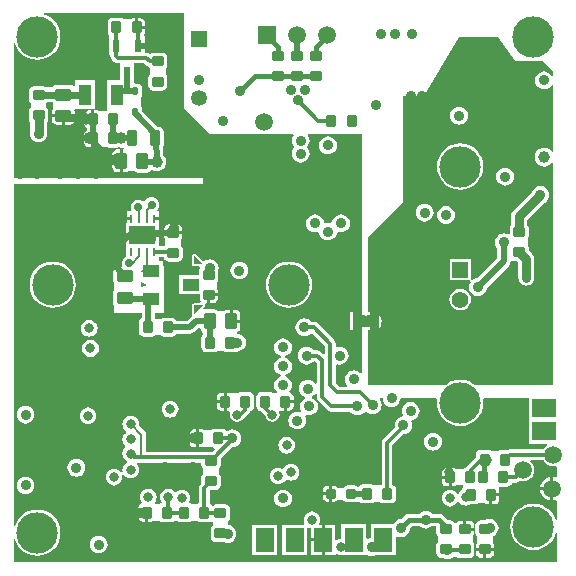
<source format=gbl>
G04 Layer_Physical_Order=4*
G04 Layer_Color=16711680*
%FSLAX44Y44*%
%MOMM*%
G71*
G01*
G75*
G04:AMPARAMS|DCode=10|XSize=1mm|YSize=0.9mm|CornerRadius=0.1125mm|HoleSize=0mm|Usage=FLASHONLY|Rotation=270.000|XOffset=0mm|YOffset=0mm|HoleType=Round|Shape=RoundedRectangle|*
%AMROUNDEDRECTD10*
21,1,1.0000,0.6750,0,0,270.0*
21,1,0.7750,0.9000,0,0,270.0*
1,1,0.2250,-0.3375,-0.3875*
1,1,0.2250,-0.3375,0.3875*
1,1,0.2250,0.3375,0.3875*
1,1,0.2250,0.3375,-0.3875*
%
%ADD10ROUNDEDRECTD10*%
G04:AMPARAMS|DCode=14|XSize=1.4mm|YSize=1mm|CornerRadius=0.125mm|HoleSize=0mm|Usage=FLASHONLY|Rotation=0.000|XOffset=0mm|YOffset=0mm|HoleType=Round|Shape=RoundedRectangle|*
%AMROUNDEDRECTD14*
21,1,1.4000,0.7500,0,0,0.0*
21,1,1.1500,1.0000,0,0,0.0*
1,1,0.2500,0.5750,-0.3750*
1,1,0.2500,-0.5750,-0.3750*
1,1,0.2500,-0.5750,0.3750*
1,1,0.2500,0.5750,0.3750*
%
%ADD14ROUNDEDRECTD14*%
G04:AMPARAMS|DCode=15|XSize=0.65mm|YSize=0.5mm|CornerRadius=0.05mm|HoleSize=0mm|Usage=FLASHONLY|Rotation=270.000|XOffset=0mm|YOffset=0mm|HoleType=Round|Shape=RoundedRectangle|*
%AMROUNDEDRECTD15*
21,1,0.6500,0.4000,0,0,270.0*
21,1,0.5500,0.5000,0,0,270.0*
1,1,0.1000,-0.2000,-0.2750*
1,1,0.1000,-0.2000,0.2750*
1,1,0.1000,0.2000,0.2750*
1,1,0.1000,0.2000,-0.2750*
%
%ADD15ROUNDEDRECTD15*%
%ADD17R,1.0000X1.0000*%
G04:AMPARAMS|DCode=19|XSize=1mm|YSize=0.9mm|CornerRadius=0.1125mm|HoleSize=0mm|Usage=FLASHONLY|Rotation=0.000|XOffset=0mm|YOffset=0mm|HoleType=Round|Shape=RoundedRectangle|*
%AMROUNDEDRECTD19*
21,1,1.0000,0.6750,0,0,0.0*
21,1,0.7750,0.9000,0,0,0.0*
1,1,0.2250,0.3875,-0.3375*
1,1,0.2250,-0.3875,-0.3375*
1,1,0.2250,-0.3875,0.3375*
1,1,0.2250,0.3875,0.3375*
%
%ADD19ROUNDEDRECTD19*%
G04:AMPARAMS|DCode=20|XSize=1.3mm|YSize=0.8mm|CornerRadius=0.1mm|HoleSize=0mm|Usage=FLASHONLY|Rotation=270.000|XOffset=0mm|YOffset=0mm|HoleType=Round|Shape=RoundedRectangle|*
%AMROUNDEDRECTD20*
21,1,1.3000,0.6000,0,0,270.0*
21,1,1.1000,0.8000,0,0,270.0*
1,1,0.2000,-0.3000,-0.5500*
1,1,0.2000,-0.3000,0.5500*
1,1,0.2000,0.3000,0.5500*
1,1,0.2000,0.3000,-0.5500*
%
%ADD20ROUNDEDRECTD20*%
%ADD41C,0.6000*%
%ADD42C,0.5000*%
%ADD43C,0.4000*%
%ADD44C,0.3000*%
%ADD45C,0.2000*%
%ADD46C,0.7500*%
%ADD49C,0.9000*%
%ADD51C,3.5000*%
%ADD52C,1.4000*%
%ADD53R,1.4000X1.4000*%
%ADD54C,0.8000*%
%ADD55C,1.5000*%
%ADD56R,1.5000X1.5000*%
%ADD57R,1.3500X1.3500*%
%ADD58C,1.3500*%
%ADD59C,0.9000*%
%ADD60C,0.7000*%
%ADD61C,1.0000*%
G04:AMPARAMS|DCode=62|XSize=1.4mm|YSize=1mm|CornerRadius=0.125mm|HoleSize=0mm|Usage=FLASHONLY|Rotation=90.000|XOffset=0mm|YOffset=0mm|HoleType=Round|Shape=RoundedRectangle|*
%AMROUNDEDRECTD62*
21,1,1.4000,0.7500,0,0,90.0*
21,1,1.1500,1.0000,0,0,90.0*
1,1,0.2500,0.3750,0.5750*
1,1,0.2500,0.3750,-0.5750*
1,1,0.2500,-0.3750,-0.5750*
1,1,0.2500,-0.3750,0.5750*
%
%ADD62ROUNDEDRECTD62*%
%ADD63R,1.1000X1.8000*%
%ADD64R,0.6000X1.0500*%
%ADD65R,2.0000X1.5000*%
%ADD66R,1.5000X2.0000*%
G04:AMPARAMS|DCode=67|XSize=0.8mm|YSize=0.8mm|CornerRadius=0.1mm|HoleSize=0mm|Usage=FLASHONLY|Rotation=180.000|XOffset=0mm|YOffset=0mm|HoleType=Round|Shape=RoundedRectangle|*
%AMROUNDEDRECTD67*
21,1,0.8000,0.6000,0,0,180.0*
21,1,0.6000,0.8000,0,0,180.0*
1,1,0.2000,-0.3000,0.3000*
1,1,0.2000,0.3000,0.3000*
1,1,0.2000,0.3000,-0.3000*
1,1,0.2000,-0.3000,-0.3000*
%
%ADD67ROUNDEDRECTD67*%
%ADD68R,2.3000X1.5000*%
%ADD69R,0.2500X0.7000*%
%ADD70R,1.4000X1.0000*%
G36*
X154000Y-10000D02*
Y-90000D01*
X176000Y-112000D01*
X218704D01*
X219259Y-112230D01*
X222000Y-112591D01*
X224741Y-112230D01*
X225296Y-112000D01*
X246550Y-112000D01*
X247176Y-113270D01*
X246449Y-114218D01*
X245693Y-116042D01*
X245435Y-118000D01*
X245693Y-119958D01*
X246449Y-121782D01*
X247651Y-123349D01*
Y-123651D01*
X246449Y-125218D01*
X245693Y-127042D01*
X245435Y-129000D01*
X245693Y-130958D01*
X246449Y-132782D01*
X247651Y-134349D01*
X249218Y-135551D01*
X251042Y-136307D01*
X253000Y-136565D01*
X254958Y-136307D01*
X256782Y-135551D01*
X258349Y-134349D01*
X259551Y-132782D01*
X260307Y-130958D01*
X260565Y-129000D01*
X260307Y-127042D01*
X259551Y-125218D01*
X258349Y-123651D01*
Y-123349D01*
X259551Y-121782D01*
X260307Y-119958D01*
X260565Y-118000D01*
X260307Y-116042D01*
X259551Y-114218D01*
X258824Y-113270D01*
X259450Y-112000D01*
X305000D01*
Y-263435D01*
X302000D01*
X301812Y-263460D01*
X294460D01*
Y-270812D01*
X294435Y-271000D01*
X294460Y-271188D01*
Y-278540D01*
X301812D01*
X302000Y-278565D01*
X305000D01*
Y-314716D01*
X303730Y-315147D01*
X303349Y-314651D01*
X301782Y-313449D01*
X299958Y-312693D01*
X298000Y-312435D01*
X296042Y-312693D01*
X294218Y-313449D01*
X292651Y-314651D01*
X291449Y-316218D01*
X290693Y-318042D01*
X290435Y-320000D01*
X290693Y-321958D01*
X291449Y-323782D01*
X292492Y-325142D01*
X292145Y-326412D01*
X285900D01*
X282588Y-323100D01*
Y-307848D01*
X283644Y-307142D01*
X284042Y-307307D01*
X286000Y-307565D01*
X287958Y-307307D01*
X289782Y-306551D01*
X291349Y-305349D01*
X292551Y-303782D01*
X293307Y-301958D01*
X293565Y-300000D01*
X293307Y-298042D01*
X292551Y-296218D01*
X291349Y-294651D01*
X289782Y-293449D01*
X287958Y-292693D01*
X286000Y-292435D01*
X284042Y-292693D01*
X283644Y-292858D01*
X282588Y-292152D01*
Y-290000D01*
X282239Y-288244D01*
X281244Y-286756D01*
X267244Y-272755D01*
X265755Y-271761D01*
X263999Y-271411D01*
X261932D01*
X261349Y-270650D01*
X259782Y-269448D01*
X257957Y-268692D01*
X256000Y-268435D01*
X254042Y-268692D01*
X252217Y-269448D01*
X250650Y-270650D01*
X249448Y-272217D01*
X248692Y-274042D01*
X248435Y-275999D01*
X248692Y-277957D01*
X249448Y-279782D01*
X250650Y-281348D01*
X252217Y-282551D01*
X254042Y-283306D01*
X256000Y-283564D01*
X257957Y-283306D01*
X259782Y-282551D01*
X261348Y-281348D01*
X262910Y-281399D01*
X273412Y-291901D01*
Y-298264D01*
X272239Y-298750D01*
X270244Y-296756D01*
X268756Y-295761D01*
X267000Y-295412D01*
X263933D01*
X263349Y-294651D01*
X261782Y-293449D01*
X259958Y-292693D01*
X258000Y-292435D01*
X256042Y-292693D01*
X254218Y-293449D01*
X252651Y-294651D01*
X251449Y-296218D01*
X250693Y-298042D01*
X250435Y-300000D01*
X250693Y-301958D01*
X251449Y-303782D01*
X252651Y-305349D01*
X254218Y-306551D01*
X256042Y-307307D01*
X258000Y-307565D01*
X259958Y-307307D01*
X261782Y-306551D01*
X263349Y-305349D01*
X263866Y-304676D01*
X265138Y-304626D01*
X266412Y-305900D01*
Y-323253D01*
X265142Y-323684D01*
X264349Y-322651D01*
X262782Y-321449D01*
X260958Y-320693D01*
X259000Y-320435D01*
X257042Y-320693D01*
X255218Y-321449D01*
X253651Y-322651D01*
X252449Y-324218D01*
X251693Y-326042D01*
X251435Y-328000D01*
X251693Y-329958D01*
X252449Y-331782D01*
X253651Y-333349D01*
X255218Y-334551D01*
X256349Y-335020D01*
Y-336394D01*
X256218Y-336449D01*
X254651Y-337651D01*
X253449Y-339218D01*
X252693Y-341042D01*
X252435Y-343000D01*
X252693Y-344958D01*
X253449Y-346782D01*
X253622Y-347007D01*
X252821Y-348051D01*
X251958Y-347693D01*
X250000Y-347435D01*
X248042Y-347693D01*
X246218Y-348449D01*
X244651Y-349651D01*
X243449Y-351218D01*
X242693Y-353042D01*
X242435Y-355000D01*
X242693Y-356958D01*
X243449Y-358782D01*
X244651Y-360349D01*
X246218Y-361551D01*
X248042Y-362307D01*
X250000Y-362565D01*
X251958Y-362307D01*
X253782Y-361551D01*
X255349Y-360349D01*
X256551Y-358782D01*
X257307Y-356958D01*
X257565Y-355000D01*
X257307Y-353042D01*
X256551Y-351218D01*
X256378Y-350993D01*
X257179Y-349949D01*
X258042Y-350307D01*
X260000Y-350565D01*
X261958Y-350307D01*
X263782Y-349551D01*
X265349Y-348349D01*
X266551Y-346782D01*
X267307Y-344958D01*
X267565Y-343000D01*
X267307Y-341042D01*
X266551Y-339218D01*
X265349Y-337651D01*
X263782Y-336449D01*
X262651Y-335980D01*
Y-334606D01*
X262782Y-334551D01*
X264349Y-333349D01*
X265142Y-332316D01*
X266412Y-332747D01*
Y-335000D01*
X266761Y-336756D01*
X267756Y-338244D01*
X275756Y-346244D01*
X277244Y-347239D01*
X279000Y-347588D01*
X295067D01*
X295651Y-348349D01*
X297218Y-349551D01*
X299042Y-350307D01*
X301000Y-350565D01*
X302958Y-350307D01*
X304782Y-349551D01*
X306349Y-348349D01*
X307083Y-347392D01*
X308624Y-347313D01*
X308651Y-347349D01*
X310218Y-348551D01*
X312042Y-349307D01*
X314000Y-349565D01*
X315958Y-349307D01*
X317782Y-348551D01*
X319349Y-347349D01*
X320551Y-345782D01*
X321307Y-343958D01*
X321565Y-342000D01*
X321307Y-340042D01*
X320551Y-338218D01*
X319824Y-337270D01*
X320450Y-336000D01*
X322435D01*
X322693Y-337958D01*
X323449Y-339782D01*
X324651Y-341349D01*
X326218Y-342551D01*
X328042Y-343307D01*
X330000Y-343565D01*
X331958Y-343307D01*
X333782Y-342551D01*
X335349Y-341349D01*
X336551Y-339782D01*
X337307Y-337958D01*
X337565Y-336000D01*
X367547D01*
X368675Y-337270D01*
X368406Y-340000D01*
X368782Y-343823D01*
X369897Y-347498D01*
X371708Y-350886D01*
X374145Y-353855D01*
X377114Y-356292D01*
X380502Y-358103D01*
X384177Y-359218D01*
X388000Y-359594D01*
X391823Y-359218D01*
X395499Y-358103D01*
X398886Y-356292D01*
X401855Y-353855D01*
X404292Y-350886D01*
X406103Y-347498D01*
X407218Y-343823D01*
X407594Y-340000D01*
X407326Y-337270D01*
X408453Y-336000D01*
X446000D01*
Y-354500D01*
Y-374500D01*
X461385D01*
X462125Y-375632D01*
X462120Y-375770D01*
X460225Y-377225D01*
X458702Y-379209D01*
X458618Y-379412D01*
X430000D01*
X428244Y-379761D01*
X428008Y-379919D01*
X422625D01*
X421016Y-380239D01*
X419877Y-381000D01*
X415123D01*
X413984Y-380239D01*
X412375Y-379919D01*
X405625D01*
X404016Y-380239D01*
X402651Y-381151D01*
X401739Y-382515D01*
X401419Y-384125D01*
Y-386092D01*
X393756Y-393756D01*
X392956Y-394953D01*
X391515Y-395239D01*
X390377Y-396000D01*
X384794D01*
X384305Y-395673D01*
X382875Y-395388D01*
X380770D01*
Y-403000D01*
Y-410612D01*
X382875D01*
X384305Y-410327D01*
X384795Y-410000D01*
X390088D01*
X390383Y-410603D01*
X390393Y-411538D01*
X389739Y-412515D01*
X389466Y-413888D01*
X388008Y-415008D01*
X386885Y-416470D01*
X386761Y-416771D01*
X386522Y-416878D01*
X385328Y-416911D01*
X384492Y-415821D01*
X383030Y-414699D01*
X381327Y-413994D01*
X379500Y-413753D01*
X377673Y-413994D01*
X375970Y-414699D01*
X374507Y-415821D01*
X373386Y-417284D01*
X372680Y-418986D01*
X372440Y-420814D01*
X372680Y-422641D01*
X373386Y-424344D01*
X374507Y-425806D01*
X375970Y-426928D01*
X377673Y-427634D01*
X379500Y-427874D01*
X381327Y-427634D01*
X383030Y-426928D01*
X384492Y-425806D01*
X385614Y-424344D01*
X385739Y-424043D01*
X385978Y-423936D01*
X387172Y-423903D01*
X388008Y-424992D01*
X389470Y-426114D01*
X391173Y-426820D01*
X393000Y-427060D01*
X394827Y-426820D01*
X396530Y-426114D01*
X396574Y-426081D01*
X400375D01*
X401984Y-425761D01*
X403123Y-425000D01*
X408705D01*
X409195Y-425327D01*
X410625Y-425612D01*
X412730D01*
Y-418000D01*
X414000D01*
Y-416730D01*
X421112D01*
Y-414125D01*
X420828Y-412695D01*
X420536Y-412258D01*
X420940Y-411451D01*
X421276Y-411081D01*
X427875D01*
X429484Y-410761D01*
X430849Y-409849D01*
X431761Y-408484D01*
X431939Y-407588D01*
X435000D01*
X436756Y-407239D01*
X438244Y-406244D01*
X438317Y-406171D01*
X438520Y-406255D01*
X441000Y-406582D01*
X443480Y-406255D01*
X445791Y-405298D01*
X447775Y-403775D01*
X449298Y-401791D01*
X450256Y-399480D01*
X450582Y-397000D01*
X450256Y-394520D01*
X449298Y-392209D01*
X447775Y-390224D01*
X447298Y-389858D01*
X447729Y-388588D01*
X458618D01*
X458702Y-388791D01*
X460225Y-390775D01*
X462209Y-392298D01*
X464520Y-393255D01*
X467000Y-393582D01*
X468730Y-393354D01*
X470000Y-394310D01*
Y-402489D01*
X468944Y-403194D01*
X468351Y-402948D01*
X467000Y-402771D01*
Y-412730D01*
Y-422689D01*
X468351Y-422512D01*
X468944Y-422266D01*
X470000Y-422971D01*
Y-439381D01*
X468730Y-439569D01*
X468103Y-437502D01*
X466292Y-434114D01*
X463855Y-431145D01*
X460886Y-428708D01*
X457498Y-426897D01*
X453823Y-425782D01*
X450000Y-425406D01*
X446177Y-425782D01*
X442502Y-426897D01*
X439114Y-428708D01*
X436145Y-431145D01*
X433708Y-434114D01*
X431897Y-437502D01*
X430782Y-441177D01*
X430406Y-445000D01*
X430782Y-448823D01*
X431897Y-452498D01*
X433708Y-455886D01*
X436145Y-458855D01*
X439114Y-461292D01*
X442502Y-463103D01*
X446177Y-464218D01*
X450000Y-464594D01*
X453823Y-464218D01*
X457498Y-463103D01*
X460886Y-461292D01*
X463855Y-458855D01*
X466292Y-455886D01*
X468103Y-452498D01*
X468730Y-450431D01*
X470000Y-450619D01*
Y-475000D01*
X10000Y-475000D01*
Y-455619D01*
X11270Y-455431D01*
X11897Y-457498D01*
X13708Y-460886D01*
X16145Y-463855D01*
X19114Y-466292D01*
X22502Y-468103D01*
X26177Y-469218D01*
X30000Y-469594D01*
X33823Y-469218D01*
X37498Y-468103D01*
X40886Y-466292D01*
X43855Y-463855D01*
X46292Y-460886D01*
X48103Y-457498D01*
X49218Y-453823D01*
X49594Y-450000D01*
X49218Y-446177D01*
X48103Y-442502D01*
X46292Y-439114D01*
X43855Y-436145D01*
X40886Y-433708D01*
X37498Y-431897D01*
X33823Y-430782D01*
X30000Y-430406D01*
X26177Y-430782D01*
X22502Y-431897D01*
X19114Y-433708D01*
X16145Y-436145D01*
X13708Y-439114D01*
X11897Y-442502D01*
X11270Y-444569D01*
X10000Y-444381D01*
X10000Y-155000D01*
X170000D01*
Y-150000D01*
X10000D01*
Y-35619D01*
X11270Y-35431D01*
X11897Y-37498D01*
X13708Y-40886D01*
X16145Y-43855D01*
X19114Y-46292D01*
X22502Y-48103D01*
X26177Y-49218D01*
X30000Y-49594D01*
X33823Y-49218D01*
X37498Y-48103D01*
X40886Y-46292D01*
X43855Y-43855D01*
X46292Y-40886D01*
X48103Y-37498D01*
X49218Y-33823D01*
X49594Y-30000D01*
X49218Y-26177D01*
X48103Y-22502D01*
X46292Y-19114D01*
X43855Y-16145D01*
X40886Y-13708D01*
X37498Y-11897D01*
X35431Y-11270D01*
X35619Y-10000D01*
X154000Y-10000D01*
D02*
G37*
G36*
X434000Y-51000D02*
X458000D01*
X467000Y-60000D01*
Y-63397D01*
X465730Y-63649D01*
X465551Y-63218D01*
X464349Y-61651D01*
X462782Y-60449D01*
X460958Y-59693D01*
X459000Y-59435D01*
X457042Y-59693D01*
X455218Y-60449D01*
X453651Y-61651D01*
X452449Y-63218D01*
X451693Y-65042D01*
X451435Y-67000D01*
X451693Y-68958D01*
X452449Y-70782D01*
X453651Y-72349D01*
X455218Y-73551D01*
X457042Y-74307D01*
X459000Y-74565D01*
X460958Y-74307D01*
X462782Y-73551D01*
X464349Y-72349D01*
X465551Y-70782D01*
X465730Y-70351D01*
X467000Y-70603D01*
Y-127209D01*
X465730Y-127629D01*
X464706Y-126294D01*
X463035Y-125012D01*
X461088Y-124206D01*
X459000Y-123931D01*
X456912Y-124206D01*
X454966Y-125012D01*
X453294Y-126294D01*
X452012Y-127965D01*
X451206Y-129912D01*
X450931Y-132000D01*
X451206Y-134088D01*
X452012Y-136034D01*
X453294Y-137706D01*
X454966Y-138988D01*
X456912Y-139794D01*
X459000Y-140069D01*
X461088Y-139794D01*
X463035Y-138988D01*
X464706Y-137706D01*
X465730Y-136371D01*
X467000Y-136791D01*
Y-275000D01*
Y-324885D01*
X400320D01*
X398886Y-323708D01*
X395499Y-321897D01*
X391823Y-320782D01*
X388000Y-320406D01*
X384177Y-320782D01*
X380502Y-321897D01*
X377114Y-323708D01*
X375680Y-324885D01*
X309966D01*
Y-279000D01*
X310000D01*
Y-278565D01*
X314000D01*
X315958Y-278307D01*
X317782Y-277551D01*
X319349Y-276349D01*
X320551Y-274782D01*
X321307Y-272958D01*
X321565Y-271000D01*
X321307Y-269042D01*
X320551Y-267218D01*
X319349Y-265651D01*
X317782Y-264449D01*
X315958Y-263693D01*
X314000Y-263435D01*
X310000D01*
Y-263000D01*
X309966D01*
Y-200000D01*
X340000Y-169966D01*
X340000Y-80000D01*
X357000D01*
X387000Y-30000D01*
X420000D01*
X434000Y-51000D01*
D02*
G37*
%LPC*%
G36*
X117375Y-14388D02*
X115270D01*
Y-20730D01*
X121112D01*
Y-18125D01*
X120827Y-16695D01*
X120017Y-15483D01*
X118805Y-14673D01*
X117375Y-14388D01*
D02*
G37*
G36*
X79000Y-67000D02*
X62000D01*
Y-71675D01*
X61170Y-72032D01*
X60730Y-72130D01*
X59408Y-71247D01*
X57750Y-70917D01*
X46250D01*
X44592Y-71247D01*
X43186Y-72186D01*
X42720Y-72882D01*
X37447D01*
X36484Y-72239D01*
X34875Y-71919D01*
X27125D01*
X25515Y-72239D01*
X24151Y-73151D01*
X23239Y-74516D01*
X22919Y-76125D01*
Y-82875D01*
X23239Y-84485D01*
X24151Y-85849D01*
X25000Y-86416D01*
Y-89584D01*
X24151Y-90151D01*
X23239Y-91516D01*
X22919Y-93125D01*
Y-99875D01*
X23239Y-101484D01*
X24151Y-102849D01*
X24192Y-102876D01*
Y-108838D01*
X23693Y-110042D01*
X23435Y-112000D01*
X23693Y-113958D01*
X24449Y-115782D01*
X25651Y-117349D01*
X27218Y-118551D01*
X29042Y-119307D01*
X31000Y-119565D01*
X32958Y-119307D01*
X34782Y-118551D01*
X36349Y-117349D01*
X37551Y-115782D01*
X38307Y-113958D01*
X38565Y-112000D01*
X38307Y-110042D01*
X37808Y-108838D01*
Y-102876D01*
X37849Y-102849D01*
X38761Y-101484D01*
X39081Y-99875D01*
Y-93125D01*
X38761Y-91516D01*
X37849Y-90151D01*
X37000Y-89584D01*
Y-86416D01*
X37849Y-85849D01*
X38338Y-85118D01*
X42720D01*
X43000Y-85536D01*
Y-91292D01*
X42680Y-91771D01*
X42386Y-93250D01*
Y-95730D01*
X52000D01*
X61614D01*
Y-93250D01*
X61367Y-92008D01*
X62008Y-91247D01*
X62332Y-91000D01*
X79000D01*
Y-67000D01*
D02*
G37*
G36*
X100375Y-13919D02*
X93625D01*
X92015Y-14239D01*
X90651Y-15151D01*
X89739Y-16516D01*
X89419Y-18125D01*
Y-25875D01*
X89739Y-27485D01*
X90163Y-28119D01*
X90500Y-29250D01*
X90500Y-29250D01*
X90500D01*
X90500Y-29250D01*
Y-45750D01*
X91912D01*
Y-46500D01*
X92261Y-48256D01*
X93256Y-49744D01*
X94756Y-51244D01*
X96244Y-52239D01*
X98000Y-52588D01*
X100000D01*
Y-67000D01*
X89000D01*
Y-91000D01*
X89000D01*
X89014Y-92098D01*
X88981Y-92262D01*
X87877Y-93000D01*
X82295D01*
X81805Y-92673D01*
X80375Y-92388D01*
X78270D01*
Y-100000D01*
X77000D01*
Y-101270D01*
X69888D01*
Y-103875D01*
X70172Y-105305D01*
X70982Y-106517D01*
X72195Y-107327D01*
X72322Y-107353D01*
Y-108647D01*
X72195Y-108673D01*
X70983Y-109483D01*
X70173Y-110695D01*
X69888Y-112125D01*
Y-114730D01*
X77000D01*
Y-116000D01*
X78270D01*
Y-123612D01*
X80375D01*
X81805Y-123327D01*
X82295Y-123000D01*
X87877D01*
X89016Y-123761D01*
X90625Y-124081D01*
X97375D01*
X98881Y-123781D01*
X98912Y-123794D01*
X101000Y-124069D01*
X102687Y-123847D01*
X102977Y-124116D01*
X102485Y-125370D01*
X102465Y-125386D01*
X102270D01*
Y-135000D01*
Y-144614D01*
X104750D01*
X106229Y-144320D01*
X106708Y-144000D01*
X112464D01*
X113592Y-144753D01*
X115250Y-145083D01*
X122750D01*
X124408Y-144753D01*
X125814Y-143814D01*
X126292Y-143099D01*
X126966Y-142988D01*
X128912Y-143794D01*
X131000Y-144069D01*
X133088Y-143794D01*
X135035Y-142988D01*
X136706Y-141706D01*
X137988Y-140035D01*
X138794Y-138088D01*
X139069Y-136000D01*
X138794Y-133912D01*
X137988Y-131966D01*
X136706Y-130294D01*
X136364Y-130032D01*
X136114Y-124039D01*
X136768Y-123061D01*
X137078Y-121500D01*
Y-110500D01*
X136768Y-108939D01*
X135884Y-107616D01*
X134561Y-106732D01*
X133000Y-106422D01*
X132352D01*
X118569Y-92638D01*
Y-91250D01*
X118297Y-89884D01*
X117523Y-88727D01*
X117500Y-88711D01*
Y-81289D01*
X117523Y-81273D01*
X118297Y-80116D01*
X118569Y-78750D01*
Y-76197D01*
X118608Y-76000D01*
X118569Y-75803D01*
Y-73250D01*
X118297Y-71884D01*
X117523Y-70727D01*
X116366Y-69953D01*
X115000Y-69681D01*
X112817D01*
X112000Y-68750D01*
Y-52588D01*
X120099D01*
X121756Y-54244D01*
X123244Y-55239D01*
X124126Y-55414D01*
X124239Y-55985D01*
X125000Y-57123D01*
Y-61877D01*
X124239Y-63015D01*
X123919Y-64625D01*
Y-71375D01*
X124239Y-72984D01*
X125151Y-74349D01*
X126516Y-75261D01*
X128125Y-75581D01*
X135875D01*
X137485Y-75261D01*
X138849Y-74349D01*
X139761Y-72984D01*
X140081Y-71375D01*
Y-64625D01*
X139761Y-63015D01*
X139000Y-61877D01*
Y-57123D01*
X139761Y-55985D01*
X140081Y-54375D01*
Y-47625D01*
X139761Y-46016D01*
X138849Y-44651D01*
X137485Y-43739D01*
X135875Y-43419D01*
X128125D01*
X126516Y-43739D01*
X125151Y-44651D01*
X125132Y-44680D01*
X123756Y-43761D01*
X122000Y-43412D01*
X121040D01*
Y-38770D01*
X115500D01*
Y-36230D01*
X121040D01*
Y-29710D01*
X120518D01*
X120159Y-28854D01*
X120069Y-28440D01*
X120827Y-27305D01*
X121112Y-25875D01*
Y-23270D01*
X114000D01*
Y-22000D01*
X112730D01*
Y-14388D01*
X110625D01*
X109195Y-14673D01*
X108705Y-15000D01*
X103123D01*
X101985Y-14239D01*
X100375Y-13919D01*
D02*
G37*
G36*
X75730Y-92388D02*
X73625D01*
X72195Y-92673D01*
X70982Y-93483D01*
X70172Y-94695D01*
X69888Y-96125D01*
Y-98730D01*
X75730D01*
Y-92388D01*
D02*
G37*
G36*
X61614Y-98270D02*
X53270D01*
Y-104614D01*
X57750D01*
X59229Y-104320D01*
X60482Y-103482D01*
X61320Y-102229D01*
X61614Y-100750D01*
Y-98270D01*
D02*
G37*
G36*
X50730D02*
X42386D01*
Y-100750D01*
X42680Y-102229D01*
X43518Y-103482D01*
X44771Y-104320D01*
X46250Y-104614D01*
X50730D01*
Y-98270D01*
D02*
G37*
G36*
X75730Y-117270D02*
X69888D01*
Y-119875D01*
X70173Y-121305D01*
X70983Y-122517D01*
X72195Y-123327D01*
X73625Y-123612D01*
X75730D01*
Y-117270D01*
D02*
G37*
G36*
X276000Y-114435D02*
X274042Y-114693D01*
X272218Y-115449D01*
X270651Y-116651D01*
X269449Y-118218D01*
X268693Y-120042D01*
X268435Y-122000D01*
X268693Y-123958D01*
X269449Y-125782D01*
X270651Y-127349D01*
X272218Y-128551D01*
X274042Y-129307D01*
X276000Y-129565D01*
X277958Y-129307D01*
X279782Y-128551D01*
X281349Y-127349D01*
X282551Y-125782D01*
X283307Y-123958D01*
X283565Y-122000D01*
X283307Y-120042D01*
X282551Y-118218D01*
X281349Y-116651D01*
X279782Y-115449D01*
X277958Y-114693D01*
X276000Y-114435D01*
D02*
G37*
G36*
X99730Y-125386D02*
X97250D01*
X95771Y-125680D01*
X94517Y-126518D01*
X93680Y-127771D01*
X93386Y-129250D01*
Y-133730D01*
X99730D01*
Y-125386D01*
D02*
G37*
G36*
Y-136270D02*
X93386D01*
Y-140750D01*
X93680Y-142229D01*
X94517Y-143482D01*
X95771Y-144320D01*
X97250Y-144614D01*
X99730D01*
Y-136270D01*
D02*
G37*
G36*
X126750Y-165694D02*
X125053Y-165917D01*
X123472Y-166572D01*
X122114Y-167614D01*
X121072Y-168972D01*
X121032Y-169069D01*
X119523Y-169394D01*
X118778Y-168822D01*
X117197Y-168167D01*
X115500Y-167944D01*
X113803Y-168167D01*
X112222Y-168822D01*
X110864Y-169864D01*
X109822Y-171222D01*
X109167Y-172803D01*
X108944Y-174500D01*
X109167Y-176197D01*
X109359Y-176660D01*
X108511Y-177930D01*
X105710D01*
Y-182700D01*
X109500D01*
Y-185240D01*
X105710D01*
Y-187960D01*
X104960D01*
Y-196730D01*
X119000D01*
X133040D01*
Y-187960D01*
X132790D01*
Y-185270D01*
X129000D01*
Y-182730D01*
X132790D01*
Y-177960D01*
X132072D01*
X131730Y-177425D01*
X131536Y-176690D01*
X132428Y-175528D01*
X133083Y-173947D01*
X133306Y-172250D01*
X133083Y-170553D01*
X132428Y-168972D01*
X131386Y-167614D01*
X130028Y-166572D01*
X128447Y-165917D01*
X126750Y-165694D01*
D02*
G37*
G36*
X287000Y-180435D02*
X285042Y-180693D01*
X283218Y-181449D01*
X281651Y-182651D01*
X280449Y-184218D01*
X279693Y-186042D01*
X279569Y-186986D01*
X278183Y-187786D01*
X277958Y-187693D01*
X276000Y-187435D01*
X274042Y-187693D01*
X273818Y-187786D01*
X272431Y-186986D01*
X272307Y-186042D01*
X271551Y-184218D01*
X270349Y-182651D01*
X268782Y-181449D01*
X266958Y-180693D01*
X265000Y-180435D01*
X263042Y-180693D01*
X261218Y-181449D01*
X259651Y-182651D01*
X258449Y-184218D01*
X257693Y-186042D01*
X257435Y-188000D01*
X257693Y-189958D01*
X258449Y-191782D01*
X259651Y-193349D01*
X261218Y-194551D01*
X263042Y-195307D01*
X265000Y-195565D01*
X266958Y-195307D01*
X267183Y-195214D01*
X268569Y-196014D01*
X268693Y-196958D01*
X269449Y-198782D01*
X270651Y-200349D01*
X272218Y-201551D01*
X274042Y-202307D01*
X276000Y-202565D01*
X277958Y-202307D01*
X279782Y-201551D01*
X281349Y-200349D01*
X282551Y-198782D01*
X283307Y-196958D01*
X283431Y-196014D01*
X284818Y-195214D01*
X285042Y-195307D01*
X287000Y-195565D01*
X288958Y-195307D01*
X290782Y-194551D01*
X292349Y-193349D01*
X293551Y-191782D01*
X294307Y-189958D01*
X294565Y-188000D01*
X294307Y-186042D01*
X293551Y-184218D01*
X292349Y-182651D01*
X290782Y-181449D01*
X288958Y-180693D01*
X287000Y-180435D01*
D02*
G37*
G36*
X148875Y-188888D02*
X146270D01*
Y-194730D01*
X152612D01*
Y-192625D01*
X152327Y-191195D01*
X151517Y-189982D01*
X150305Y-189172D01*
X148875Y-188888D01*
D02*
G37*
G36*
X143730D02*
X141125D01*
X139695Y-189172D01*
X138483Y-189982D01*
X137673Y-191195D01*
X137388Y-192625D01*
Y-194730D01*
X143730D01*
Y-188888D01*
D02*
G37*
G36*
X152612Y-197270D02*
X145000D01*
X137388D01*
Y-199375D01*
X137673Y-200805D01*
X138000Y-201295D01*
Y-206877D01*
X137643Y-207412D01*
X133250D01*
Y-205500D01*
X133040D01*
Y-199270D01*
X119000D01*
X104960D01*
Y-208040D01*
X105250D01*
Y-216103D01*
X104722Y-216322D01*
X103364Y-217364D01*
X102322Y-218722D01*
X101667Y-220303D01*
X101444Y-222000D01*
X101667Y-223696D01*
X101841Y-224116D01*
X100992Y-225386D01*
X98250D01*
X96771Y-225680D01*
X95518Y-226518D01*
X94680Y-227771D01*
X94386Y-229250D01*
Y-236750D01*
X94680Y-238229D01*
X95000Y-238708D01*
Y-244464D01*
X94247Y-245592D01*
X93917Y-247250D01*
Y-254750D01*
X94247Y-256408D01*
X95000Y-257536D01*
Y-264000D01*
X118392D01*
Y-268322D01*
X117151Y-269151D01*
X116239Y-270515D01*
X115919Y-272125D01*
Y-279875D01*
X116239Y-281485D01*
X117151Y-282849D01*
X118516Y-283761D01*
X120125Y-284081D01*
X126875D01*
X128484Y-283761D01*
X129623Y-283000D01*
X134377D01*
X135515Y-283761D01*
X137125Y-284081D01*
X143875D01*
X145485Y-283761D01*
X146849Y-282849D01*
X147678Y-281608D01*
X159000D01*
X161146Y-281181D01*
X162965Y-279965D01*
X166323Y-276608D01*
X167917D01*
Y-276750D01*
X168247Y-278408D01*
X169186Y-279814D01*
X170322Y-280573D01*
X170444Y-281590D01*
X170371Y-282004D01*
X170151Y-282151D01*
X169239Y-283515D01*
X168919Y-285125D01*
Y-292875D01*
X169239Y-294485D01*
X170151Y-295849D01*
X171516Y-296761D01*
X173125Y-297081D01*
X179875D01*
X181485Y-296761D01*
X182623Y-296000D01*
X187377D01*
X188515Y-296761D01*
X190125Y-297081D01*
X196875D01*
X198484Y-296761D01*
X198814Y-296540D01*
X199000Y-296565D01*
X200958Y-296307D01*
X202782Y-295551D01*
X204349Y-294349D01*
X205551Y-292782D01*
X206307Y-290958D01*
X206565Y-289000D01*
X206307Y-287042D01*
X205551Y-285218D01*
X204349Y-283651D01*
X202782Y-282449D01*
X200958Y-281693D01*
X199561Y-281509D01*
X199390Y-280897D01*
X199398Y-280207D01*
X200483Y-279482D01*
X201320Y-278229D01*
X201614Y-276750D01*
Y-272270D01*
X194000D01*
Y-271000D01*
X192730D01*
Y-261386D01*
X190250D01*
X188771Y-261680D01*
X188292Y-262000D01*
X182536D01*
X181408Y-261247D01*
X179750Y-260917D01*
X172250D01*
X171018Y-261162D01*
X170392Y-259991D01*
X171442Y-258942D01*
X171884Y-258280D01*
X172039Y-257500D01*
X171916Y-256882D01*
X172040Y-256500D01*
X172671Y-255612D01*
X173730D01*
Y-248500D01*
X175000D01*
Y-247230D01*
X182612D01*
Y-245125D01*
X182327Y-243695D01*
X182000Y-243205D01*
Y-237623D01*
X182761Y-236485D01*
X183081Y-234875D01*
Y-228504D01*
X183307Y-227958D01*
X183565Y-226000D01*
X183307Y-224042D01*
X182551Y-222218D01*
X181349Y-220651D01*
X179782Y-219449D01*
X177958Y-218693D01*
X176000Y-218435D01*
X174042Y-218693D01*
X172218Y-219449D01*
X170868Y-220484D01*
X164442Y-214058D01*
X163781Y-213616D01*
X163000Y-213461D01*
X163000D01*
X162220Y-213616D01*
X161558Y-214058D01*
X161558Y-214058D01*
X161116Y-214720D01*
X160961Y-215500D01*
X160961Y-222500D01*
X161116Y-223280D01*
X161558Y-223942D01*
X161558Y-223942D01*
X162220Y-224384D01*
X163000Y-224539D01*
X167033D01*
X167711Y-225809D01*
X167239Y-226516D01*
X166919Y-228125D01*
Y-232000D01*
X150000D01*
Y-248000D01*
X167388D01*
Y-251875D01*
X167673Y-253305D01*
X168265Y-254191D01*
X167851Y-255280D01*
X167702Y-255461D01*
X163000D01*
X162220Y-255616D01*
X161558Y-256058D01*
X161558Y-256058D01*
X161116Y-256720D01*
X160961Y-257500D01*
X160961Y-264500D01*
X160961Y-264500D01*
X161116Y-265280D01*
X161116Y-265280D01*
X160745Y-266546D01*
X160558Y-266685D01*
X160035Y-267035D01*
X156677Y-270392D01*
X147678D01*
X146849Y-269151D01*
X145485Y-268239D01*
X143875Y-267919D01*
X137125D01*
X135515Y-268239D01*
X134377Y-269000D01*
X129623D01*
X129608Y-268990D01*
Y-264000D01*
X137000D01*
Y-224000D01*
X136000Y-223000D01*
Y-220000D01*
X134041D01*
X133163Y-218730D01*
X133250Y-218500D01*
X133250D01*
Y-216588D01*
X136962D01*
X137239Y-217985D01*
X138151Y-219349D01*
X139515Y-220261D01*
X141125Y-220581D01*
X148875D01*
X150485Y-220261D01*
X151849Y-219349D01*
X152761Y-217985D01*
X153081Y-216375D01*
Y-209625D01*
X152761Y-208015D01*
X152000Y-206877D01*
Y-201295D01*
X152327Y-200805D01*
X152612Y-199375D01*
Y-197270D01*
D02*
G37*
G36*
X201000Y-220435D02*
X199042Y-220693D01*
X197218Y-221449D01*
X195651Y-222651D01*
X194449Y-224218D01*
X193693Y-226042D01*
X193435Y-228000D01*
X193693Y-229958D01*
X194449Y-231782D01*
X195651Y-233349D01*
X197218Y-234551D01*
X199042Y-235307D01*
X201000Y-235565D01*
X202958Y-235307D01*
X204782Y-234551D01*
X206349Y-233349D01*
X207551Y-231782D01*
X208307Y-229958D01*
X208565Y-228000D01*
X208307Y-226042D01*
X207551Y-224218D01*
X206349Y-222651D01*
X204782Y-221449D01*
X202958Y-220693D01*
X201000Y-220435D01*
D02*
G37*
G36*
X182612Y-249770D02*
X176270D01*
Y-255612D01*
X178875D01*
X180305Y-255327D01*
X181517Y-254517D01*
X182327Y-253305D01*
X182612Y-251875D01*
Y-249770D01*
D02*
G37*
G36*
X243000Y-220406D02*
X239177Y-220782D01*
X235502Y-221897D01*
X232114Y-223708D01*
X229145Y-226145D01*
X226708Y-229114D01*
X224897Y-232502D01*
X223782Y-236177D01*
X223406Y-240000D01*
X223782Y-243823D01*
X224897Y-247498D01*
X226708Y-250886D01*
X229145Y-253855D01*
X232114Y-256292D01*
X235502Y-258103D01*
X239177Y-259218D01*
X243000Y-259594D01*
X246823Y-259218D01*
X250498Y-258103D01*
X253886Y-256292D01*
X256855Y-253855D01*
X259292Y-250886D01*
X261103Y-247498D01*
X262218Y-243823D01*
X262594Y-240000D01*
X262218Y-236177D01*
X261103Y-232502D01*
X259292Y-229114D01*
X256855Y-226145D01*
X253886Y-223708D01*
X250498Y-221897D01*
X246823Y-220782D01*
X243000Y-220406D01*
D02*
G37*
G36*
X43000D02*
X39177Y-220782D01*
X35502Y-221897D01*
X32114Y-223708D01*
X29145Y-226145D01*
X26708Y-229114D01*
X24897Y-232502D01*
X23782Y-236177D01*
X23406Y-240000D01*
X23782Y-243823D01*
X24897Y-247498D01*
X26708Y-250886D01*
X29145Y-253855D01*
X32114Y-256292D01*
X35502Y-258103D01*
X39177Y-259218D01*
X43000Y-259594D01*
X46823Y-259218D01*
X50498Y-258103D01*
X53886Y-256292D01*
X56855Y-253855D01*
X59292Y-250886D01*
X61103Y-247498D01*
X62218Y-243823D01*
X62594Y-240000D01*
X62218Y-236177D01*
X61103Y-232502D01*
X59292Y-229114D01*
X56855Y-226145D01*
X53886Y-223708D01*
X50498Y-221897D01*
X46823Y-220782D01*
X43000Y-220406D01*
D02*
G37*
G36*
X197750Y-261386D02*
X195270D01*
Y-269730D01*
X201614D01*
Y-265250D01*
X201320Y-263771D01*
X200483Y-262518D01*
X199229Y-261680D01*
X197750Y-261386D01*
D02*
G37*
G36*
X74000Y-269940D02*
X72173Y-270180D01*
X70470Y-270886D01*
X69008Y-272008D01*
X67885Y-273470D01*
X67180Y-275173D01*
X66940Y-277000D01*
X67180Y-278827D01*
X67885Y-280530D01*
X69008Y-281992D01*
X70470Y-283114D01*
X72173Y-283820D01*
X74000Y-284060D01*
X75827Y-283820D01*
X77530Y-283114D01*
X78992Y-281992D01*
X80114Y-280530D01*
X80820Y-278827D01*
X81060Y-277000D01*
X80820Y-275173D01*
X80114Y-273470D01*
X78992Y-272008D01*
X77530Y-270886D01*
X75827Y-270180D01*
X74000Y-269940D01*
D02*
G37*
G36*
X75000Y-286940D02*
X73173Y-287180D01*
X71470Y-287885D01*
X70008Y-289008D01*
X68885Y-290470D01*
X68180Y-292173D01*
X67940Y-294000D01*
X68180Y-295827D01*
X68885Y-297530D01*
X70008Y-298992D01*
X71470Y-300114D01*
X73173Y-300820D01*
X75000Y-301060D01*
X76827Y-300820D01*
X78530Y-300114D01*
X79992Y-298992D01*
X81114Y-297530D01*
X81820Y-295827D01*
X82060Y-294000D01*
X81820Y-292173D01*
X81114Y-290470D01*
X79992Y-289008D01*
X78530Y-287885D01*
X76827Y-287180D01*
X75000Y-286940D01*
D02*
G37*
G36*
X209375Y-330919D02*
X202625D01*
X201016Y-331239D01*
X199877Y-332000D01*
X194295D01*
X193805Y-331673D01*
X192375Y-331388D01*
X190270D01*
Y-339000D01*
Y-346612D01*
X192375D01*
X192543Y-346578D01*
X193348Y-347659D01*
X192882Y-350000D01*
X193348Y-352341D01*
X194674Y-354326D01*
X196659Y-355652D01*
X199000Y-356118D01*
X201341Y-355652D01*
X203326Y-354326D01*
X203327Y-354324D01*
X203756Y-354239D01*
X205244Y-353244D01*
X209244Y-349244D01*
X210239Y-347756D01*
X210415Y-346874D01*
X210985Y-346761D01*
X212349Y-345849D01*
X213261Y-344484D01*
X213581Y-342875D01*
Y-335125D01*
X213261Y-333516D01*
X212349Y-332151D01*
X210985Y-331239D01*
X209375Y-330919D01*
D02*
G37*
G36*
X238000Y-285435D02*
X236042Y-285693D01*
X234218Y-286449D01*
X232651Y-287651D01*
X231449Y-289218D01*
X230693Y-291042D01*
X230435Y-293000D01*
X230693Y-294958D01*
X231449Y-296782D01*
X232651Y-298349D01*
X234218Y-299551D01*
X236042Y-300307D01*
X236441Y-300359D01*
Y-301640D01*
X236042Y-301693D01*
X234218Y-302449D01*
X232651Y-303651D01*
X231449Y-305218D01*
X230693Y-307042D01*
X230435Y-309000D01*
X230693Y-310958D01*
X231449Y-312782D01*
X232651Y-314349D01*
X234218Y-315551D01*
X236042Y-316307D01*
X236441Y-316360D01*
Y-317640D01*
X236042Y-317693D01*
X234218Y-318449D01*
X232651Y-319651D01*
X231449Y-321218D01*
X230693Y-323042D01*
X230435Y-325000D01*
X230693Y-326958D01*
X231449Y-328782D01*
X232651Y-330349D01*
X233148Y-330730D01*
X232716Y-332000D01*
X229123D01*
X227984Y-331239D01*
X226375Y-330919D01*
X219625D01*
X218015Y-331239D01*
X216651Y-332151D01*
X215739Y-333516D01*
X215419Y-335125D01*
Y-342875D01*
X215739Y-344484D01*
X216651Y-345849D01*
X218015Y-346761D01*
X219625Y-347081D01*
X219646D01*
X219755Y-347244D01*
X222975Y-350463D01*
X223348Y-352341D01*
X224674Y-354326D01*
X226659Y-355652D01*
X229000Y-356118D01*
X231341Y-355652D01*
X233326Y-354326D01*
X234652Y-352341D01*
X235117Y-350000D01*
X234652Y-347659D01*
X234450Y-347357D01*
X235007Y-346588D01*
X235304Y-346349D01*
X236625Y-346612D01*
X238730D01*
Y-339000D01*
X240000D01*
Y-337730D01*
X247112D01*
Y-335125D01*
X246827Y-333695D01*
X246017Y-332483D01*
X244805Y-331673D01*
X243936Y-331500D01*
X243651Y-330941D01*
X243489Y-330178D01*
X243490Y-330166D01*
X244551Y-328782D01*
X245307Y-326958D01*
X245565Y-325000D01*
X245307Y-323042D01*
X244551Y-321218D01*
X243349Y-319651D01*
X241782Y-318449D01*
X239958Y-317693D01*
X239559Y-317640D01*
Y-316360D01*
X239958Y-316307D01*
X241782Y-315551D01*
X243349Y-314349D01*
X244551Y-312782D01*
X245307Y-310958D01*
X245565Y-309000D01*
X245307Y-307042D01*
X244551Y-305218D01*
X243349Y-303651D01*
X241782Y-302449D01*
X239958Y-301693D01*
X239559Y-301640D01*
Y-300359D01*
X239958Y-300307D01*
X241782Y-299551D01*
X243349Y-298349D01*
X244551Y-296782D01*
X245307Y-294958D01*
X245565Y-293000D01*
X245307Y-291042D01*
X244551Y-289218D01*
X243349Y-287651D01*
X241782Y-286449D01*
X239958Y-285693D01*
X238000Y-285435D01*
D02*
G37*
G36*
X187730Y-331388D02*
X185625D01*
X184195Y-331673D01*
X182983Y-332483D01*
X182173Y-333695D01*
X181888Y-335125D01*
Y-337730D01*
X187730D01*
Y-331388D01*
D02*
G37*
G36*
X247112Y-340270D02*
X241270D01*
Y-346612D01*
X243375D01*
X244805Y-346327D01*
X246017Y-345517D01*
X246827Y-344305D01*
X247112Y-342875D01*
Y-340270D01*
D02*
G37*
G36*
X187730D02*
X181888D01*
Y-342875D01*
X182173Y-344305D01*
X182983Y-345517D01*
X184195Y-346327D01*
X185625Y-346612D01*
X187730D01*
Y-340270D01*
D02*
G37*
G36*
X142500Y-338440D02*
X140673Y-338680D01*
X138970Y-339386D01*
X137508Y-340508D01*
X136386Y-341970D01*
X135680Y-343673D01*
X135440Y-345500D01*
X135680Y-347327D01*
X136386Y-349030D01*
X137508Y-350493D01*
X138970Y-351614D01*
X140673Y-352320D01*
X142500Y-352560D01*
X144327Y-352320D01*
X146030Y-351614D01*
X147493Y-350493D01*
X148615Y-349030D01*
X149320Y-347327D01*
X149560Y-345500D01*
X149320Y-343673D01*
X148615Y-341970D01*
X147493Y-340508D01*
X146030Y-339386D01*
X144327Y-338680D01*
X142500Y-338440D01*
D02*
G37*
G36*
X20000Y-342435D02*
X18042Y-342693D01*
X16218Y-343449D01*
X14651Y-344651D01*
X13449Y-346218D01*
X12693Y-348042D01*
X12435Y-350000D01*
X12693Y-351958D01*
X13449Y-353782D01*
X14651Y-355349D01*
X16218Y-356551D01*
X18042Y-357307D01*
X20000Y-357565D01*
X21958Y-357307D01*
X23782Y-356551D01*
X25349Y-355349D01*
X26551Y-353782D01*
X27307Y-351958D01*
X27565Y-350000D01*
X27307Y-348042D01*
X26551Y-346218D01*
X25349Y-344651D01*
X23782Y-343449D01*
X21958Y-342693D01*
X20000Y-342435D01*
D02*
G37*
G36*
X73000Y-343939D02*
X71172Y-344179D01*
X69470Y-344885D01*
X68007Y-346007D01*
X66885Y-347469D01*
X66180Y-349172D01*
X65939Y-350999D01*
X66180Y-352827D01*
X66885Y-354529D01*
X68007Y-355992D01*
X69470Y-357114D01*
X71172Y-357819D01*
X73000Y-358060D01*
X74827Y-357819D01*
X76530Y-357114D01*
X77992Y-355992D01*
X79114Y-354529D01*
X79820Y-352827D01*
X80060Y-350999D01*
X79820Y-349172D01*
X79114Y-347469D01*
X77992Y-346007D01*
X76530Y-344885D01*
X74827Y-344179D01*
X73000Y-343939D01*
D02*
G37*
G36*
X346000Y-339435D02*
X344042Y-339693D01*
X342218Y-340449D01*
X340651Y-341651D01*
X339449Y-343218D01*
X338693Y-345042D01*
X338435Y-347000D01*
X338693Y-348958D01*
X339230Y-350255D01*
X338623Y-351616D01*
X338041Y-351692D01*
X336217Y-352448D01*
X334650Y-353650D01*
X333448Y-355217D01*
X332692Y-357041D01*
X332435Y-358999D01*
X332676Y-360834D01*
X322756Y-370754D01*
X321761Y-372243D01*
X321412Y-373999D01*
Y-409160D01*
X321016Y-409239D01*
X319877Y-410000D01*
X315123D01*
X313985Y-409239D01*
X312375Y-408919D01*
X305625D01*
X304016Y-409239D01*
X302651Y-410151D01*
X302459Y-410439D01*
X301384Y-411116D01*
X300061Y-410232D01*
X298500Y-409921D01*
X292500D01*
X290939Y-410232D01*
X289616Y-411116D01*
X289025Y-412000D01*
X284422D01*
X284052Y-411447D01*
X282881Y-410665D01*
X281500Y-410390D01*
X279770D01*
Y-416999D01*
Y-423609D01*
X281500D01*
X282881Y-423334D01*
X284052Y-422552D01*
X284421Y-422000D01*
X289026D01*
X289616Y-422883D01*
X290939Y-423767D01*
X292500Y-424078D01*
X298500D01*
X300061Y-423767D01*
X301384Y-422883D01*
X302458Y-423561D01*
X302651Y-423849D01*
X304016Y-424761D01*
X305625Y-425081D01*
X312375D01*
X313985Y-424761D01*
X315123Y-424000D01*
X319877D01*
X321016Y-424761D01*
X322625Y-425081D01*
X329375D01*
X330984Y-424761D01*
X332349Y-423849D01*
X333261Y-422485D01*
X333581Y-420875D01*
Y-413125D01*
X333261Y-411516D01*
X332349Y-410151D01*
X330984Y-409239D01*
X330588Y-409160D01*
Y-375899D01*
X339932Y-366555D01*
X339999Y-366564D01*
X341957Y-366306D01*
X343782Y-365550D01*
X345348Y-364348D01*
X346550Y-362782D01*
X347306Y-360957D01*
X347564Y-358999D01*
X347306Y-357041D01*
X346769Y-355744D01*
X347376Y-354384D01*
X347958Y-354307D01*
X349782Y-353551D01*
X351349Y-352349D01*
X352551Y-350782D01*
X353307Y-348958D01*
X353565Y-347000D01*
X353307Y-345042D01*
X352551Y-343218D01*
X351349Y-341651D01*
X349782Y-340449D01*
X347958Y-339693D01*
X346000Y-339435D01*
D02*
G37*
G36*
X164730Y-362388D02*
X162625D01*
X161195Y-362673D01*
X159983Y-363483D01*
X159172Y-364695D01*
X158888Y-366125D01*
Y-368730D01*
X164730D01*
Y-362388D01*
D02*
G37*
G36*
X109000Y-350940D02*
X107173Y-351180D01*
X105470Y-351886D01*
X104008Y-353008D01*
X102886Y-354470D01*
X102180Y-356173D01*
X101940Y-358000D01*
X102180Y-359827D01*
X102886Y-361530D01*
X104008Y-362993D01*
X104967Y-363729D01*
X105041Y-363899D01*
Y-365101D01*
X104967Y-365271D01*
X104008Y-366007D01*
X102886Y-367470D01*
X102180Y-369173D01*
X101940Y-371000D01*
X102180Y-372827D01*
X102886Y-374530D01*
X104008Y-375992D01*
X104493Y-376365D01*
Y-377635D01*
X104007Y-378007D01*
X102885Y-379469D01*
X102180Y-381172D01*
X101939Y-382999D01*
X102180Y-384827D01*
X102885Y-386529D01*
X104007Y-387992D01*
X105470Y-389114D01*
X105949Y-389312D01*
Y-390687D01*
X105470Y-390886D01*
X104008Y-392007D01*
X102886Y-393470D01*
X102180Y-395173D01*
X101940Y-397000D01*
X102180Y-398827D01*
X102215Y-398911D01*
X101115Y-399470D01*
X99992Y-398008D01*
X98530Y-396885D01*
X96827Y-396180D01*
X95000Y-395940D01*
X93173Y-396180D01*
X91470Y-396885D01*
X90007Y-398008D01*
X88885Y-399470D01*
X88180Y-401173D01*
X87940Y-403000D01*
X88180Y-404827D01*
X88885Y-406530D01*
X90007Y-407993D01*
X91470Y-409114D01*
X93173Y-409820D01*
X95000Y-410060D01*
X96827Y-409820D01*
X98530Y-409114D01*
X99992Y-407993D01*
X101115Y-406530D01*
X101820Y-404827D01*
X102060Y-403000D01*
X101820Y-401173D01*
X101785Y-401089D01*
X102886Y-400530D01*
X104008Y-401992D01*
X105470Y-403115D01*
X107173Y-403820D01*
X109000Y-404060D01*
X110827Y-403820D01*
X112530Y-403115D01*
X113993Y-401992D01*
X115114Y-400530D01*
X115820Y-398827D01*
X116060Y-397000D01*
X115820Y-395173D01*
X115114Y-393470D01*
X113993Y-392007D01*
X113798Y-391858D01*
X114229Y-390588D01*
X168919D01*
Y-392875D01*
X169239Y-394484D01*
X170000Y-395623D01*
Y-400377D01*
X169239Y-401516D01*
X168919Y-403125D01*
Y-408092D01*
X168256Y-408756D01*
X167261Y-410244D01*
X166912Y-412000D01*
Y-425160D01*
X166516Y-425239D01*
X165377Y-426000D01*
X160623D01*
X159485Y-425239D01*
X159134Y-425170D01*
X158714Y-423791D01*
X159320Y-422327D01*
X159560Y-420500D01*
X159320Y-418673D01*
X158615Y-416970D01*
X157493Y-415508D01*
X156030Y-414385D01*
X154327Y-413680D01*
X152500Y-413440D01*
X150673Y-413680D01*
X148970Y-414385D01*
X147803Y-415281D01*
X146249Y-415341D01*
X145992Y-415008D01*
X144530Y-413885D01*
X142827Y-413180D01*
X141000Y-412940D01*
X139173Y-413180D01*
X137470Y-413885D01*
X136008Y-415008D01*
X134886Y-416470D01*
X134180Y-418173D01*
X133940Y-420000D01*
X134180Y-421827D01*
X134886Y-423530D01*
X135242Y-423995D01*
X134795Y-425184D01*
X134515Y-425239D01*
X133377Y-426000D01*
X129766D01*
X129474Y-425621D01*
X129194Y-424730D01*
X130114Y-423530D01*
X130820Y-421827D01*
X131060Y-420000D01*
X130820Y-418173D01*
X130114Y-416470D01*
X128993Y-415008D01*
X127530Y-413885D01*
X125827Y-413180D01*
X124000Y-412940D01*
X122173Y-413180D01*
X120470Y-413885D01*
X119008Y-415008D01*
X117886Y-416470D01*
X117180Y-418173D01*
X116940Y-420000D01*
X117180Y-421827D01*
X117886Y-423530D01*
X118425Y-424233D01*
X117898Y-425632D01*
X117695Y-425673D01*
X116482Y-426483D01*
X115672Y-427695D01*
X115388Y-429125D01*
Y-431730D01*
X122500D01*
Y-433000D01*
X123770D01*
Y-440612D01*
X125875D01*
X127305Y-440327D01*
X127795Y-440000D01*
X133377D01*
X134515Y-440761D01*
X136125Y-441081D01*
X142875D01*
X144485Y-440761D01*
X145849Y-439849D01*
X146236Y-439269D01*
X147764D01*
X148151Y-439849D01*
X149515Y-440761D01*
X151125Y-441081D01*
X157875D01*
X159485Y-440761D01*
X160623Y-440000D01*
X165377D01*
X166516Y-440761D01*
X168125Y-441081D01*
X174875D01*
X176485Y-440761D01*
X177002Y-440415D01*
X177917Y-439964D01*
X179000Y-440563D01*
Y-443584D01*
X178151Y-444151D01*
X177239Y-445516D01*
X176919Y-447125D01*
Y-453875D01*
X177239Y-455485D01*
X178151Y-456849D01*
X179515Y-457761D01*
X181125Y-458081D01*
X188496D01*
X189042Y-458307D01*
X191000Y-458565D01*
X192958Y-458307D01*
X194782Y-457551D01*
X196349Y-456349D01*
X197551Y-454782D01*
X198307Y-452958D01*
X198565Y-451000D01*
X198307Y-449042D01*
X197551Y-447218D01*
X196349Y-445651D01*
X194782Y-444449D01*
X192958Y-443693D01*
X191000Y-443435D01*
Y-440416D01*
X191849Y-439849D01*
X192761Y-438484D01*
X193081Y-436875D01*
Y-430125D01*
X192761Y-428516D01*
X191849Y-427151D01*
X190485Y-426239D01*
X188875Y-425919D01*
X181125D01*
X179515Y-426239D01*
X178404Y-426982D01*
X177849Y-426151D01*
X176485Y-425239D01*
X176088Y-425160D01*
Y-414081D01*
X180875D01*
X182484Y-413761D01*
X183849Y-412849D01*
X184761Y-411484D01*
X185081Y-409875D01*
Y-403125D01*
X184761Y-401516D01*
X184000Y-400377D01*
Y-395623D01*
X184761Y-394484D01*
X185081Y-392875D01*
Y-387408D01*
X194933Y-377556D01*
X195000Y-377565D01*
X196958Y-377307D01*
X198782Y-376551D01*
X200349Y-375349D01*
X201551Y-373782D01*
X202307Y-371958D01*
X202565Y-370000D01*
X202307Y-368042D01*
X201551Y-366218D01*
X200349Y-364651D01*
X198782Y-363449D01*
X196958Y-362693D01*
X195000Y-362435D01*
X193042Y-362693D01*
X191218Y-363449D01*
X190851Y-363730D01*
X189598Y-363523D01*
X189349Y-363151D01*
X187985Y-362239D01*
X186375Y-361919D01*
X179625D01*
X178015Y-362239D01*
X176877Y-363000D01*
X171295D01*
X170805Y-362673D01*
X169375Y-362388D01*
X167270D01*
Y-370000D01*
Y-377612D01*
X169375D01*
X170805Y-377327D01*
X171295Y-377000D01*
X176877D01*
X178015Y-377761D01*
X179625Y-378081D01*
X179771D01*
X180257Y-379254D01*
X178099Y-381412D01*
X122078D01*
Y-367000D01*
X121768Y-365439D01*
X120884Y-364116D01*
X120884Y-364116D01*
X115910Y-359142D01*
X116060Y-358000D01*
X115820Y-356173D01*
X115114Y-354470D01*
X113993Y-353008D01*
X112530Y-351886D01*
X110827Y-351180D01*
X109000Y-350940D01*
D02*
G37*
G36*
X164730Y-371270D02*
X158888D01*
Y-373875D01*
X159172Y-375305D01*
X159983Y-376517D01*
X161195Y-377327D01*
X162625Y-377612D01*
X164730D01*
Y-371270D01*
D02*
G37*
G36*
X365000Y-365435D02*
X363042Y-365693D01*
X361218Y-366449D01*
X359651Y-367651D01*
X358449Y-369218D01*
X357693Y-371042D01*
X357435Y-373000D01*
X357693Y-374958D01*
X358449Y-376782D01*
X359651Y-378349D01*
X361218Y-379551D01*
X363042Y-380307D01*
X365000Y-380565D01*
X366958Y-380307D01*
X368782Y-379551D01*
X370349Y-378349D01*
X371551Y-376782D01*
X372307Y-374958D01*
X372565Y-373000D01*
X372307Y-371042D01*
X371551Y-369218D01*
X370349Y-367651D01*
X368782Y-366449D01*
X366958Y-365693D01*
X365000Y-365435D01*
D02*
G37*
G36*
X241000Y-368940D02*
X239173Y-369180D01*
X237470Y-369885D01*
X236008Y-371008D01*
X234886Y-372470D01*
X234180Y-374173D01*
X233940Y-376000D01*
X234180Y-377827D01*
X234886Y-379530D01*
X236008Y-380993D01*
X237470Y-382114D01*
X239173Y-382820D01*
X241000Y-383060D01*
X242827Y-382820D01*
X244530Y-382114D01*
X245992Y-380993D01*
X247115Y-379530D01*
X247820Y-377827D01*
X248060Y-376000D01*
X247820Y-374173D01*
X247115Y-372470D01*
X245992Y-371008D01*
X244530Y-369885D01*
X242827Y-369180D01*
X241000Y-368940D01*
D02*
G37*
G36*
X244500Y-391833D02*
X242673Y-392074D01*
X240970Y-392779D01*
X239508Y-393901D01*
X238589Y-395098D01*
X238185Y-395399D01*
X236902Y-395625D01*
X235827Y-395180D01*
X234000Y-394940D01*
X232173Y-395180D01*
X230470Y-395886D01*
X229007Y-397008D01*
X227885Y-398470D01*
X227180Y-400173D01*
X226940Y-402000D01*
X227180Y-403827D01*
X227885Y-405530D01*
X229007Y-406992D01*
X230470Y-408115D01*
X232173Y-408820D01*
X234000Y-409060D01*
X235827Y-408820D01*
X237530Y-408115D01*
X238992Y-406992D01*
X239911Y-405796D01*
X240315Y-405495D01*
X241598Y-405268D01*
X242673Y-405713D01*
X244500Y-405954D01*
X246327Y-405713D01*
X248030Y-405008D01*
X249492Y-403886D01*
X250614Y-402424D01*
X251320Y-400721D01*
X251560Y-398893D01*
X251320Y-397066D01*
X250614Y-395363D01*
X249492Y-393901D01*
X248030Y-392779D01*
X246327Y-392074D01*
X244500Y-391833D01*
D02*
G37*
G36*
X378230Y-395388D02*
X376125D01*
X374695Y-395673D01*
X373482Y-396483D01*
X372672Y-397695D01*
X372388Y-399125D01*
Y-401730D01*
X378230D01*
Y-395388D01*
D02*
G37*
G36*
X63000Y-387435D02*
X61042Y-387693D01*
X59218Y-388449D01*
X57651Y-389651D01*
X56449Y-391218D01*
X55693Y-393042D01*
X55435Y-395000D01*
X55693Y-396958D01*
X56449Y-398782D01*
X57651Y-400349D01*
X59218Y-401551D01*
X61042Y-402307D01*
X63000Y-402565D01*
X64958Y-402307D01*
X66782Y-401551D01*
X68349Y-400349D01*
X69551Y-398782D01*
X70307Y-396958D01*
X70565Y-395000D01*
X70307Y-393042D01*
X69551Y-391218D01*
X68349Y-389651D01*
X66782Y-388449D01*
X64958Y-387693D01*
X63000Y-387435D01*
D02*
G37*
G36*
X378230Y-404270D02*
X372388D01*
Y-406875D01*
X372672Y-408305D01*
X373482Y-409517D01*
X374695Y-410327D01*
X376125Y-410612D01*
X378230D01*
Y-404270D01*
D02*
G37*
G36*
X464460Y-402771D02*
X463109Y-402948D01*
X460667Y-403960D01*
X458569Y-405569D01*
X456960Y-407667D01*
X455948Y-410109D01*
X455771Y-411460D01*
X464460D01*
Y-402771D01*
D02*
G37*
G36*
X277230Y-410390D02*
X275500D01*
X274119Y-410665D01*
X272948Y-411447D01*
X272166Y-412618D01*
X271891Y-413999D01*
Y-415729D01*
X277230D01*
Y-410390D01*
D02*
G37*
G36*
X20000Y-402435D02*
X18042Y-402693D01*
X16218Y-403449D01*
X14651Y-404651D01*
X13449Y-406218D01*
X12693Y-408042D01*
X12435Y-410000D01*
X12693Y-411958D01*
X13449Y-413782D01*
X14651Y-415349D01*
X16218Y-416551D01*
X18042Y-417307D01*
X20000Y-417565D01*
X21958Y-417307D01*
X23782Y-416551D01*
X25349Y-415349D01*
X26551Y-413782D01*
X27307Y-411958D01*
X27565Y-410000D01*
X27307Y-408042D01*
X26551Y-406218D01*
X25349Y-404651D01*
X23782Y-403449D01*
X21958Y-402693D01*
X20000Y-402435D01*
D02*
G37*
G36*
X464460Y-414000D02*
X455771D01*
X455948Y-415351D01*
X456960Y-417793D01*
X458569Y-419891D01*
X460667Y-421500D01*
X463109Y-422512D01*
X464460Y-422689D01*
Y-414000D01*
D02*
G37*
G36*
X277230Y-418269D02*
X271891D01*
Y-420000D01*
X272166Y-421381D01*
X272948Y-422552D01*
X274119Y-423334D01*
X275500Y-423609D01*
X277230D01*
Y-418269D01*
D02*
G37*
G36*
X421112Y-419270D02*
X415270D01*
Y-425612D01*
X417375D01*
X418805Y-425327D01*
X420018Y-424517D01*
X420828Y-423305D01*
X421112Y-421875D01*
Y-419270D01*
D02*
G37*
G36*
X238000Y-413435D02*
X236042Y-413693D01*
X234218Y-414449D01*
X232651Y-415651D01*
X231449Y-417218D01*
X230693Y-419042D01*
X230435Y-421000D01*
X230693Y-422958D01*
X231449Y-424782D01*
X232651Y-426349D01*
X234218Y-427551D01*
X236042Y-428307D01*
X238000Y-428565D01*
X239958Y-428307D01*
X241782Y-427551D01*
X243349Y-426349D01*
X244551Y-424782D01*
X245307Y-422958D01*
X245565Y-421000D01*
X245307Y-419042D01*
X244551Y-417218D01*
X243349Y-415651D01*
X241782Y-414449D01*
X239958Y-413693D01*
X238000Y-413435D01*
D02*
G37*
G36*
X359000Y-431435D02*
X357042Y-431693D01*
X355218Y-432449D01*
X353651Y-433651D01*
X353458Y-433902D01*
X345000D01*
X343049Y-434290D01*
X341395Y-435395D01*
X338314Y-438477D01*
X338000Y-438435D01*
X336042Y-438693D01*
X334218Y-439449D01*
X332651Y-440651D01*
X331449Y-442218D01*
X331125Y-443000D01*
X312500D01*
Y-454501D01*
X311042Y-454693D01*
X309770Y-455220D01*
X308500Y-454507D01*
Y-443000D01*
X287500D01*
Y-454500D01*
X286999Y-454939D01*
X285172Y-455179D01*
X283469Y-455885D01*
X283179Y-456107D01*
X282040Y-455546D01*
Y-443460D01*
X273270D01*
Y-456000D01*
Y-468540D01*
X282040D01*
Y-468453D01*
X283179Y-467891D01*
X283469Y-468114D01*
X285172Y-468819D01*
X286246Y-468960D01*
X286999Y-469059D01*
X287500Y-469000D01*
Y-469000D01*
X308500D01*
X308500Y-469000D01*
Y-469000D01*
X309770Y-468780D01*
X311042Y-469307D01*
X313000Y-469565D01*
X314958Y-469307D01*
X315699Y-469000D01*
X333500D01*
Y-453493D01*
X334770Y-452780D01*
X336042Y-453307D01*
X338000Y-453565D01*
X339958Y-453307D01*
X341782Y-452551D01*
X343349Y-451349D01*
X344551Y-449782D01*
X345307Y-447958D01*
X345565Y-446000D01*
X345523Y-445686D01*
X347112Y-444098D01*
X353458D01*
X353651Y-444349D01*
X355218Y-445551D01*
X357042Y-446307D01*
X359000Y-446565D01*
X360958Y-446307D01*
X362782Y-445551D01*
X364349Y-444349D01*
X364542Y-444098D01*
X367888D01*
X367919Y-444129D01*
Y-450375D01*
X368239Y-451984D01*
X369000Y-453123D01*
Y-457877D01*
X368239Y-459016D01*
X367919Y-460625D01*
Y-467375D01*
X368239Y-468984D01*
X369151Y-470349D01*
X370516Y-471261D01*
X372125Y-471581D01*
X373291D01*
X375041Y-472306D01*
X376999Y-472564D01*
X378957Y-472306D01*
X380782Y-471550D01*
X381045Y-471348D01*
X381484Y-471261D01*
X382849Y-470349D01*
X383358Y-469587D01*
X384642D01*
X385151Y-470349D01*
X386516Y-471261D01*
X388125Y-471581D01*
X395875D01*
X397485Y-471261D01*
X398849Y-470349D01*
X399761Y-468984D01*
X400081Y-467375D01*
Y-460625D01*
X399761Y-459016D01*
X399000Y-457877D01*
Y-452295D01*
X399327Y-451805D01*
X399612Y-450375D01*
Y-448270D01*
X392000D01*
Y-447000D01*
X390730D01*
Y-439888D01*
X388125D01*
X386695Y-440172D01*
X385483Y-440983D01*
X384982Y-441732D01*
X384658Y-441807D01*
X383569Y-441729D01*
X382849Y-440651D01*
X381484Y-439739D01*
X379875Y-439419D01*
X377629D01*
X373605Y-435395D01*
X371951Y-434290D01*
X370000Y-433902D01*
X364542D01*
X364349Y-433651D01*
X362782Y-432449D01*
X360958Y-431693D01*
X359000Y-431435D01*
D02*
G37*
G36*
X121230Y-434270D02*
X115388D01*
Y-436875D01*
X115672Y-438305D01*
X116482Y-439517D01*
X117695Y-440327D01*
X119125Y-440612D01*
X121230D01*
Y-434270D01*
D02*
G37*
G36*
X395875Y-439888D02*
X393270D01*
Y-445730D01*
X399612D01*
Y-443625D01*
X399327Y-442195D01*
X398517Y-440983D01*
X397305Y-440172D01*
X395875Y-439888D01*
D02*
G37*
G36*
X262500Y-431940D02*
X260672Y-432180D01*
X258970Y-432886D01*
X257507Y-434008D01*
X256385Y-435470D01*
X255680Y-437173D01*
X255439Y-439000D01*
X255680Y-440827D01*
X256137Y-441930D01*
X255396Y-443200D01*
X237500D01*
Y-469200D01*
X258500D01*
Y-446295D01*
X259770Y-445446D01*
X260672Y-445820D01*
X261960Y-445989D01*
Y-454730D01*
X270730D01*
Y-443460D01*
X269344D01*
X268755Y-442190D01*
X269320Y-440827D01*
X269560Y-439000D01*
X269320Y-437173D01*
X268614Y-435470D01*
X267492Y-434008D01*
X266030Y-432886D01*
X264327Y-432180D01*
X262500Y-431940D01*
D02*
G37*
G36*
X413000Y-438435D02*
X411042Y-438693D01*
X409290Y-439419D01*
X405125D01*
X403516Y-439739D01*
X402151Y-440651D01*
X401239Y-442015D01*
X400919Y-443625D01*
Y-450375D01*
X401239Y-451984D01*
X402000Y-453123D01*
Y-458705D01*
X401673Y-459195D01*
X401388Y-460625D01*
Y-462730D01*
X409000D01*
X416612D01*
Y-460625D01*
X416327Y-459195D01*
X416000Y-458705D01*
Y-453122D01*
X416229Y-452781D01*
X416782Y-452551D01*
X418349Y-451349D01*
X419551Y-449782D01*
X420307Y-447958D01*
X420565Y-446000D01*
X420307Y-444042D01*
X419551Y-442218D01*
X418349Y-440651D01*
X416782Y-439449D01*
X414958Y-438693D01*
X413000Y-438435D01*
D02*
G37*
G36*
X82000Y-452435D02*
X80042Y-452693D01*
X78218Y-453449D01*
X76651Y-454651D01*
X75449Y-456218D01*
X74693Y-458042D01*
X74435Y-460000D01*
X74693Y-461958D01*
X75449Y-463782D01*
X76651Y-465349D01*
X78218Y-466551D01*
X80042Y-467307D01*
X82000Y-467565D01*
X83958Y-467307D01*
X85782Y-466551D01*
X87349Y-465349D01*
X88551Y-463782D01*
X89307Y-461958D01*
X89565Y-460000D01*
X89307Y-458042D01*
X88551Y-456218D01*
X87349Y-454651D01*
X85782Y-453449D01*
X83958Y-452693D01*
X82000Y-452435D01*
D02*
G37*
G36*
X270730Y-457270D02*
X261960D01*
Y-468540D01*
X270730D01*
Y-457270D01*
D02*
G37*
G36*
X233100Y-443200D02*
X212100D01*
Y-469200D01*
X233100D01*
Y-443200D01*
D02*
G37*
G36*
X416612Y-465270D02*
X410270D01*
Y-471112D01*
X412875D01*
X414305Y-470827D01*
X415517Y-470017D01*
X416327Y-468805D01*
X416612Y-467375D01*
Y-465270D01*
D02*
G37*
G36*
X407730D02*
X401388D01*
Y-467375D01*
X401673Y-468805D01*
X402483Y-470017D01*
X403695Y-470827D01*
X405125Y-471112D01*
X407730D01*
Y-465270D01*
D02*
G37*
%LPD*%
G36*
X170000Y-222500D02*
X163000D01*
X163000Y-215500D01*
X170000Y-222500D01*
D02*
G37*
G36*
X123000Y-240000D02*
X118000Y-242000D01*
Y-238000D01*
X123000Y-240000D01*
D02*
G37*
G36*
X163000Y-264500D02*
X163000Y-257500D01*
X170000D01*
X163000Y-264500D01*
D02*
G37*
%LPC*%
G36*
X387000Y-89435D02*
X385042Y-89693D01*
X383218Y-90449D01*
X381651Y-91651D01*
X380449Y-93218D01*
X379693Y-95042D01*
X379435Y-97000D01*
X379693Y-98958D01*
X380449Y-100782D01*
X381651Y-102349D01*
X383218Y-103551D01*
X385042Y-104307D01*
X387000Y-104565D01*
X388958Y-104307D01*
X390782Y-103551D01*
X392349Y-102349D01*
X393551Y-100782D01*
X394307Y-98958D01*
X394565Y-97000D01*
X394307Y-95042D01*
X393551Y-93218D01*
X392349Y-91651D01*
X390782Y-90449D01*
X388958Y-89693D01*
X387000Y-89435D01*
D02*
G37*
G36*
X426000Y-140935D02*
X424042Y-141193D01*
X422218Y-141949D01*
X420651Y-143151D01*
X419449Y-144718D01*
X418693Y-146542D01*
X418435Y-148500D01*
X418693Y-150458D01*
X419449Y-152282D01*
X420651Y-153849D01*
X422218Y-155051D01*
X424042Y-155807D01*
X426000Y-156065D01*
X427958Y-155807D01*
X429782Y-155051D01*
X431349Y-153849D01*
X432551Y-152282D01*
X433307Y-150458D01*
X433565Y-148500D01*
X433307Y-146542D01*
X432551Y-144718D01*
X431349Y-143151D01*
X429782Y-141949D01*
X427958Y-141193D01*
X426000Y-140935D01*
D02*
G37*
G36*
X388000Y-120406D02*
X384177Y-120782D01*
X380502Y-121897D01*
X377114Y-123708D01*
X374145Y-126145D01*
X371708Y-129114D01*
X369897Y-132502D01*
X368782Y-136177D01*
X368406Y-140000D01*
X368782Y-143823D01*
X369897Y-147498D01*
X371708Y-150886D01*
X374145Y-153855D01*
X377114Y-156292D01*
X380502Y-158103D01*
X384177Y-159218D01*
X388000Y-159594D01*
X391823Y-159218D01*
X395499Y-158103D01*
X398886Y-156292D01*
X401855Y-153855D01*
X404292Y-150886D01*
X406103Y-147498D01*
X407218Y-143823D01*
X407594Y-140000D01*
X407218Y-136177D01*
X406103Y-132502D01*
X404292Y-129114D01*
X401855Y-126145D01*
X398886Y-123708D01*
X395499Y-121897D01*
X391823Y-120782D01*
X388000Y-120406D01*
D02*
G37*
G36*
X358000Y-171435D02*
X356042Y-171693D01*
X354218Y-172449D01*
X352651Y-173651D01*
X351449Y-175218D01*
X350693Y-177042D01*
X350435Y-179000D01*
X350693Y-180958D01*
X351449Y-182782D01*
X352651Y-184349D01*
X354218Y-185551D01*
X356042Y-186307D01*
X358000Y-186565D01*
X359958Y-186307D01*
X361782Y-185551D01*
X363349Y-184349D01*
X364551Y-182782D01*
X365307Y-180958D01*
X365565Y-179000D01*
X365307Y-177042D01*
X364551Y-175218D01*
X363349Y-173651D01*
X361782Y-172449D01*
X359958Y-171693D01*
X358000Y-171435D01*
D02*
G37*
G36*
X376000Y-173435D02*
X374042Y-173693D01*
X372218Y-174449D01*
X370651Y-175651D01*
X369449Y-177218D01*
X368693Y-179042D01*
X368435Y-181000D01*
X368693Y-182958D01*
X369449Y-184782D01*
X370651Y-186349D01*
X372218Y-187551D01*
X374042Y-188307D01*
X376000Y-188565D01*
X377958Y-188307D01*
X379782Y-187551D01*
X381349Y-186349D01*
X382551Y-184782D01*
X383307Y-182958D01*
X383565Y-181000D01*
X383307Y-179042D01*
X382551Y-177218D01*
X381349Y-175651D01*
X379782Y-174449D01*
X377958Y-173693D01*
X376000Y-173435D01*
D02*
G37*
G36*
X456000Y-156435D02*
X454042Y-156693D01*
X452218Y-157449D01*
X450651Y-158651D01*
X449449Y-160218D01*
X448950Y-161422D01*
X433186Y-177186D01*
X432104Y-178596D01*
X431424Y-180238D01*
X431308Y-181119D01*
X431192Y-182000D01*
X431192Y-182000D01*
Y-189124D01*
X431151Y-189151D01*
X430239Y-190515D01*
X429919Y-192125D01*
Y-196888D01*
X429614Y-197038D01*
X428649Y-197394D01*
X426958Y-196693D01*
X425000Y-196435D01*
X423042Y-196693D01*
X421218Y-197449D01*
X419651Y-198651D01*
X418449Y-200218D01*
X417693Y-202042D01*
X417435Y-204000D01*
X417693Y-205958D01*
X418449Y-207782D01*
X419392Y-209012D01*
Y-217677D01*
X402579Y-234491D01*
X401042Y-234693D01*
X399218Y-235449D01*
X398270Y-236176D01*
X397000Y-235550D01*
X397000Y-235336D01*
X397000Y-235336D01*
X397000Y-235312D01*
Y-218300D01*
X379000D01*
Y-236300D01*
X396041Y-236300D01*
X396097D01*
X396097D01*
X396319Y-236300D01*
X396535Y-236736D01*
X396946Y-237570D01*
X396449Y-238218D01*
X395693Y-240042D01*
X395435Y-242000D01*
X395693Y-243958D01*
X396449Y-245782D01*
X397651Y-247349D01*
X399218Y-248551D01*
X401042Y-249307D01*
X403000Y-249565D01*
X404958Y-249307D01*
X406782Y-248551D01*
X408349Y-247349D01*
X409551Y-245782D01*
X410307Y-243958D01*
X410509Y-242421D01*
X428965Y-223965D01*
X430181Y-222146D01*
X430608Y-220000D01*
X431878Y-219335D01*
X432515Y-219761D01*
X434125Y-220081D01*
X435952D01*
X437192Y-221320D01*
Y-234000D01*
X437424Y-235762D01*
X438104Y-237404D01*
X439186Y-238814D01*
X440596Y-239896D01*
X442238Y-240576D01*
X444000Y-240808D01*
X445762Y-240576D01*
X447404Y-239896D01*
X448814Y-238814D01*
X449896Y-237404D01*
X450576Y-235762D01*
X450808Y-234000D01*
Y-218500D01*
X450808Y-218500D01*
X450576Y-216738D01*
X449896Y-215096D01*
X448814Y-213686D01*
X446081Y-210952D01*
Y-209125D01*
X445761Y-207516D01*
X445000Y-206377D01*
Y-201623D01*
X445761Y-200485D01*
X446081Y-198875D01*
Y-192125D01*
X445761Y-190515D01*
X444849Y-189151D01*
X444808Y-189124D01*
Y-184820D01*
X458578Y-171050D01*
X459782Y-170551D01*
X461349Y-169349D01*
X462551Y-167782D01*
X463307Y-165958D01*
X463565Y-164000D01*
X463307Y-162042D01*
X462551Y-160218D01*
X461349Y-158651D01*
X459782Y-157449D01*
X457958Y-156693D01*
X456000Y-156435D01*
D02*
G37*
G36*
X388000Y-243622D02*
X385650Y-243932D01*
X383461Y-244839D01*
X381581Y-246281D01*
X380139Y-248161D01*
X379232Y-250350D01*
X378922Y-252700D01*
X379232Y-255049D01*
X380139Y-257239D01*
X381581Y-259119D01*
X383461Y-260562D01*
X385650Y-261468D01*
X388000Y-261778D01*
X390350Y-261468D01*
X392539Y-260562D01*
X394419Y-259119D01*
X395862Y-257239D01*
X396768Y-255049D01*
X397078Y-252700D01*
X396768Y-250350D01*
X395862Y-248161D01*
X394419Y-246281D01*
X392539Y-244839D01*
X390350Y-243932D01*
X388000Y-243622D01*
D02*
G37*
%LPD*%
D10*
X409000Y-388000D02*
D03*
X426000D02*
D03*
X140500Y-276000D02*
D03*
X123500D02*
D03*
X193500Y-289000D02*
D03*
X176500D02*
D03*
X77000Y-116000D02*
D03*
X94000D02*
D03*
Y-100000D02*
D03*
X77000D02*
D03*
X114000Y-22000D02*
D03*
X97000D02*
D03*
X240000Y-339000D02*
D03*
X223000D02*
D03*
X189000D02*
D03*
X206000D02*
D03*
X166000Y-370000D02*
D03*
X183000D02*
D03*
X122500Y-433000D02*
D03*
X139500D02*
D03*
X154500Y-433000D02*
D03*
X171500D02*
D03*
X397000Y-418000D02*
D03*
X414000D02*
D03*
X379500Y-403000D02*
D03*
X396500D02*
D03*
X326000Y-417000D02*
D03*
X309000D02*
D03*
X279000Y-101000D02*
D03*
X296000D02*
D03*
X424500Y-403000D02*
D03*
X407500D02*
D03*
D14*
X52000Y-79000D02*
D03*
Y-97000D02*
D03*
X104000Y-233000D02*
D03*
Y-251000D02*
D03*
D15*
X113000Y-94000D02*
D03*
Y-76000D02*
D03*
D17*
X314000Y-271000D02*
D03*
X302000D02*
D03*
D19*
X438000Y-195500D02*
D03*
Y-212500D02*
D03*
X175000Y-231500D02*
D03*
Y-248500D02*
D03*
X31000Y-96500D02*
D03*
Y-79500D02*
D03*
X132000Y-51000D02*
D03*
Y-68000D02*
D03*
X177000Y-389500D02*
D03*
Y-406500D02*
D03*
X185000Y-433500D02*
D03*
Y-450500D02*
D03*
X409000Y-447000D02*
D03*
Y-464000D02*
D03*
X392000Y-447000D02*
D03*
Y-464000D02*
D03*
X376000Y-464000D02*
D03*
Y-447000D02*
D03*
X145000Y-196000D02*
D03*
Y-213000D02*
D03*
X234000Y-63500D02*
D03*
Y-46500D02*
D03*
X250000Y-63500D02*
D03*
Y-46500D02*
D03*
X266000Y-63500D02*
D03*
Y-46500D02*
D03*
D20*
X130000Y-116000D02*
D03*
X110000D02*
D03*
D41*
X31000Y-79000D02*
X70500D01*
D42*
X250000Y-42500D02*
Y-29000D01*
X130000Y-112000D02*
X130166Y-115993D01*
X131000Y-136000D01*
X77000Y-119000D02*
X92000Y-134000D01*
X96000D01*
X425000Y-220000D02*
Y-204000D01*
X403000Y-242000D02*
X425000Y-220000D01*
X104000Y-251000D02*
X108000D01*
X98000Y-227000D02*
X104000Y-233000D01*
X98000Y-208000D02*
X108000Y-198000D01*
X98000Y-227000D02*
Y-208000D01*
X108000Y-198000D02*
X119000D01*
X123000Y-196000D02*
X145000D01*
X124000Y-276000D02*
Y-253000D01*
X107000Y-252000D02*
X123000D01*
X140500Y-276000D02*
X159000D01*
X164000Y-271000D01*
X176000D01*
X176500Y-289000D02*
Y-271500D01*
X121000Y-136000D02*
X131000D01*
X94000Y-116000D02*
Y-100000D01*
X94000Y-116000D02*
X101000D01*
X109000D01*
X113000Y-95000D02*
X130000Y-112000D01*
X55000Y-100000D02*
X77000D01*
X52000Y-97000D02*
X55000Y-100000D01*
X77000Y-116000D02*
Y-100000D01*
X106000Y-76000D02*
Y-60500D01*
X100500Y-76000D02*
X106000D01*
X113000D01*
X115500Y-37500D02*
X124000D01*
X125500Y-39000D01*
X126000Y-38500D01*
Y-37000D01*
X77000Y-119000D02*
Y-116000D01*
X295500Y-417000D02*
X309000D01*
D43*
X408000Y-391000D02*
X411000Y-388000D01*
X408000Y-400000D02*
Y-391000D01*
X250000Y-46500D02*
Y-42500D01*
X345000Y-439000D02*
X370000D01*
X338000Y-446000D02*
X345000Y-439000D01*
X234000Y-46500D02*
Y-38400D01*
X224600Y-29000D02*
X234000Y-38400D01*
X266000Y-46500D02*
Y-38400D01*
X275400Y-29000D01*
X234000Y-63500D02*
X250000D01*
X266000D01*
X214500D02*
X234000D01*
X202000Y-76000D02*
X214500Y-63500D01*
X370000Y-439000D02*
X376000Y-445000D01*
D44*
X406000Y-388000D02*
X410000D01*
X397000Y-397000D02*
X406000Y-388000D01*
X397000Y-404000D02*
Y-397000D01*
X430000Y-384000D02*
X467000D01*
X426000Y-388000D02*
X430000Y-384000D01*
X263999Y-275999D02*
X278000Y-290000D01*
Y-325000D02*
Y-290000D01*
X284000Y-331000D02*
X303000D01*
X278000Y-325000D02*
X284000Y-331000D01*
X267000Y-300000D02*
X271000Y-304000D01*
Y-335000D02*
Y-304000D01*
X279000Y-343000D02*
X301000D01*
X271000Y-335000D02*
X279000Y-343000D01*
X256000Y-275999D02*
X263999D01*
X258000Y-300000D02*
X267000D01*
X130000Y-212000D02*
X146000D01*
X115500Y-37500D02*
Y-23500D01*
X96500Y-37500D02*
Y-22500D01*
X125000Y-51000D02*
X132000D01*
X122000Y-48000D02*
X125000Y-51000D01*
X98000Y-48000D02*
X122000D01*
X96500Y-46500D02*
X98000Y-48000D01*
X96500Y-46500D02*
Y-37500D01*
X109000Y-382999D02*
X112001Y-386000D01*
X199000Y-350000D02*
X202000D01*
X206000Y-346000D01*
Y-339000D01*
X223000Y-344000D02*
X229000Y-350000D01*
X223000Y-344000D02*
Y-339000D01*
X180000Y-386000D02*
X195000Y-371000D01*
X183000Y-370000D02*
X195000D01*
X141000Y-432500D02*
Y-420000D01*
X141500Y-433000D02*
X154500D01*
X171500D02*
Y-412000D01*
X177000Y-406500D01*
X171500Y-433000D02*
X184500D01*
X376999Y-464999D02*
X391001D01*
X286999Y-461999D02*
X294000D01*
X339999Y-358999D02*
X340999D01*
X326000Y-417000D02*
Y-373999D01*
X340999Y-358999D01*
X112001Y-386000D02*
X180000D01*
X303000Y-331000D02*
X314000Y-342000D01*
X428000Y-403000D02*
X435000D01*
X444000Y-394000D01*
X251000Y-84000D02*
X268000Y-101000D01*
X279000D01*
D45*
X108000Y-222000D02*
Y-222000D01*
Y-222000D02*
X109000Y-223000D01*
X115500Y-174500D02*
X116000Y-175000D01*
X115000Y-174000D02*
X115500Y-174500D01*
X122500Y-176500D02*
X126750Y-172250D01*
X122500Y-183970D02*
Y-176500D01*
X116000Y-183970D02*
Y-175000D01*
X109000Y-223000D02*
X116000Y-216000D01*
Y-211970D01*
X119000Y-228000D02*
X123000D01*
X73000Y-350999D02*
X73999D01*
X195000Y-371000D02*
Y-370000D01*
X118000Y-386000D02*
Y-367000D01*
X109000Y-358000D02*
X118000Y-367000D01*
X122500Y-227500D02*
Y-211970D01*
D46*
X31000Y-112000D02*
Y-96500D01*
X444000Y-234000D02*
Y-218500D01*
X438000Y-212500D02*
X444000Y-218500D01*
X438000Y-195500D02*
Y-182000D01*
X456000Y-164000D01*
X315000Y-282000D02*
Y-259000D01*
X301000Y-282347D02*
Y-257347D01*
D49*
X302000Y-271000D02*
X314000D01*
D51*
X30000Y-30000D02*
D03*
Y-450000D02*
D03*
X450000Y-445000D02*
D03*
Y-30000D02*
D03*
X388000Y-140000D02*
D03*
Y-340000D02*
D03*
X243000Y-240000D02*
D03*
X43000D02*
D03*
D52*
X388000Y-252700D02*
D03*
D53*
Y-227300D02*
D03*
D54*
X229000Y-350000D02*
D03*
X199000D02*
D03*
X411000Y-388000D02*
D03*
X379500Y-420814D02*
D03*
X378500Y-399000D02*
D03*
X393000Y-420000D02*
D03*
X73000Y-350999D02*
D03*
X141000Y-420000D02*
D03*
X142500Y-345500D02*
D03*
X109000Y-371000D02*
D03*
X109000Y-382999D02*
D03*
X262500Y-439000D02*
D03*
X273000Y-462000D02*
D03*
X286999Y-461999D02*
D03*
X248000Y-462000D02*
D03*
X222000D02*
D03*
X241000Y-376000D02*
D03*
X234000Y-402000D02*
D03*
X73000Y-377000D02*
D03*
X79000Y-340000D02*
D03*
X74000Y-277000D02*
D03*
X75000Y-294000D02*
D03*
X109000Y-397000D02*
D03*
X152500Y-420500D02*
D03*
X244500Y-398893D02*
D03*
X95000Y-403000D02*
D03*
X191000Y-421000D02*
D03*
X124000Y-420000D02*
D03*
X109000Y-358000D02*
D03*
D55*
X222000Y-102000D02*
D03*
X275400Y-29000D02*
D03*
X250000D02*
D03*
X465730Y-412730D02*
D03*
X467000Y-384000D02*
D03*
X441000Y-397000D02*
D03*
D56*
X224600Y-29000D02*
D03*
D57*
X167000Y-32000D02*
D03*
D58*
X167000Y-82000D02*
D03*
D59*
X304000Y-403000D02*
D03*
X317000Y-389000D02*
D03*
X291000D02*
D03*
X428000Y-355000D02*
D03*
X90000Y-305000D02*
D03*
X205000D02*
D03*
X170000D02*
D03*
X150000D02*
D03*
X130000D02*
D03*
X110000D02*
D03*
X293000Y-161000D02*
D03*
X254000Y-168000D02*
D03*
Y-151000D02*
D03*
X187000Y-101000D02*
D03*
X167000Y-67000D02*
D03*
X347000Y-28000D02*
D03*
X332750Y-28000D02*
D03*
X298000Y-320000D02*
D03*
X238000Y-325000D02*
D03*
Y-293000D02*
D03*
Y-309000D02*
D03*
X258000Y-300000D02*
D03*
X365000Y-373000D02*
D03*
X256000Y-275999D02*
D03*
X30000Y-146000D02*
D03*
X145000Y-145000D02*
D03*
X80000Y-146000D02*
D03*
X64000D02*
D03*
X49000D02*
D03*
X30000Y-55000D02*
D03*
X15000Y-65000D02*
D03*
Y-80000D02*
D03*
Y-95000D02*
D03*
Y-110000D02*
D03*
Y-125000D02*
D03*
X67000Y-39000D02*
D03*
X75000Y-31000D02*
D03*
X83000Y-38000D02*
D03*
X31000Y-112000D02*
D03*
X462000Y-197000D02*
D03*
X461000Y-238000D02*
D03*
X462000Y-216000D02*
D03*
Y-177000D02*
D03*
X450000Y-253000D02*
D03*
X413000Y-446000D02*
D03*
X313000Y-462000D02*
D03*
X20000Y-300000D02*
D03*
Y-280000D02*
D03*
Y-260000D02*
D03*
Y-220000D02*
D03*
X403000Y-242000D02*
D03*
X456000Y-164000D02*
D03*
X431000Y-163000D02*
D03*
X426000Y-148500D02*
D03*
X456000Y-366000D02*
D03*
X457000Y-346000D02*
D03*
X442000Y-415000D02*
D03*
X146000Y-192000D02*
D03*
X145000Y-213000D02*
D03*
X199000Y-289000D02*
D03*
X425000Y-204000D02*
D03*
X376000Y-181000D02*
D03*
X459000Y-67000D02*
D03*
X126000Y-37000D02*
D03*
X321000Y-28000D02*
D03*
X132000Y-68000D02*
D03*
X20000Y-350000D02*
D03*
Y-410000D02*
D03*
X138000Y-371000D02*
D03*
Y-394000D02*
D03*
X162000D02*
D03*
Y-370000D02*
D03*
X195000D02*
D03*
X117000Y-433000D02*
D03*
X376999Y-464999D02*
D03*
X260000Y-343000D02*
D03*
X346000Y-347000D02*
D03*
X82000Y-460000D02*
D03*
X191000Y-451000D02*
D03*
X246000Y-436000D02*
D03*
X358000Y-179000D02*
D03*
X63000Y-395000D02*
D03*
X286000Y-300000D02*
D03*
X238000Y-421000D02*
D03*
X358000Y-208000D02*
D03*
X339000D02*
D03*
X376000Y-211000D02*
D03*
X411000Y-115000D02*
D03*
X366000Y-80000D02*
D03*
X367000Y-111000D02*
D03*
X356000Y-80000D02*
D03*
X31000Y-384000D02*
D03*
X250000Y-355000D02*
D03*
X239000Y-363000D02*
D03*
X359000Y-439000D02*
D03*
X338000Y-446000D02*
D03*
X339999Y-358999D02*
D03*
X387000Y-97000D02*
D03*
X349000Y-111000D02*
D03*
X80000Y-407000D02*
D03*
X235000Y-211000D02*
D03*
X15000Y-146000D02*
D03*
X110000Y-340000D02*
D03*
X414000Y-41000D02*
D03*
X287000Y-188000D02*
D03*
X276000Y-195000D02*
D03*
X265000Y-188000D02*
D03*
X276000Y-122000D02*
D03*
X202000Y-76000D02*
D03*
X257000Y-75000D02*
D03*
X251000Y-84000D02*
D03*
X330000Y-336000D02*
D03*
X314000Y-342000D02*
D03*
X301000Y-343000D02*
D03*
X259000Y-328000D02*
D03*
X222000Y-102000D02*
D03*
X253000Y-118000D02*
D03*
Y-129000D02*
D03*
X296000Y-101000D02*
D03*
X317000Y-88000D02*
D03*
X245000Y-75000D02*
D03*
X299000Y-118000D02*
D03*
Y-129000D02*
D03*
X346000Y-80000D02*
D03*
X180000Y-180000D02*
D03*
X160000Y-145000D02*
D03*
X230000Y-150000D02*
D03*
X460000Y-112000D02*
D03*
X201000Y-228000D02*
D03*
X176000Y-226000D02*
D03*
D60*
X108000Y-222000D02*
D03*
X112000Y-195000D02*
D03*
X126750Y-172250D02*
D03*
X115500Y-174500D02*
D03*
X444000Y-234000D02*
D03*
X123000Y-228000D02*
D03*
X127000Y-201000D02*
D03*
X122000Y-195000D02*
D03*
X117000Y-201000D02*
D03*
D61*
X74000Y-116000D02*
D03*
X96000Y-134000D02*
D03*
X459000Y-132000D02*
D03*
X393000Y-284500D02*
D03*
X433000Y-266000D02*
D03*
X335000D02*
D03*
Y-283500D02*
D03*
X335000Y-234000D02*
D03*
X131000Y-136000D02*
D03*
X101000Y-116000D02*
D03*
X52000Y-97000D02*
D03*
X71000Y-100000D02*
D03*
D62*
X194000Y-271000D02*
D03*
X176000D02*
D03*
X101000Y-135000D02*
D03*
X119000D02*
D03*
D63*
X97500Y-79000D02*
D03*
X70500D02*
D03*
D64*
X96500Y-37500D02*
D03*
X115500D02*
D03*
X106000Y-60500D02*
D03*
D65*
X459000Y-344000D02*
D03*
Y-364000D02*
D03*
D66*
X222600Y-456200D02*
D03*
X248000D02*
D03*
X272000Y-456000D02*
D03*
X323000D02*
D03*
X298000D02*
D03*
D67*
X295500Y-417000D02*
D03*
X278500D02*
D03*
D68*
X119000Y-198000D02*
D03*
D69*
X129000Y-184000D02*
D03*
X122500Y-183970D02*
D03*
X116000D02*
D03*
X109500D02*
D03*
X129000Y-212000D02*
D03*
X122500Y-211970D02*
D03*
X116000D02*
D03*
X109500D02*
D03*
D70*
X160000Y-240000D02*
D03*
X126000Y-252000D02*
D03*
Y-228000D02*
D03*
M02*

</source>
